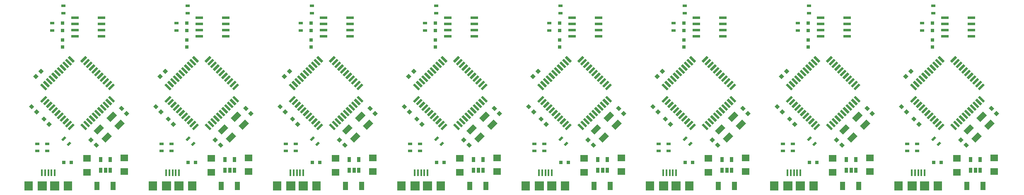
<source format=gtp>
G04 #@! TF.FileFunction,Paste,Top*
%FSLAX46Y46*%
G04 Gerber Fmt 4.6, Leading zero omitted, Abs format (unit mm)*
G04 Created by KiCad (PCBNEW 4.0.6) date 11/21/17 13:18:45*
%MOMM*%
%LPD*%
G01*
G04 APERTURE LIST*
%ADD10C,0.100000*%
%ADD11R,0.750000X0.800000*%
%ADD12R,0.900000X0.500000*%
%ADD13R,1.550000X0.600000*%
%ADD14R,1.597660X1.399540*%
%ADD15R,0.650000X1.060000*%
%ADD16R,0.998220X1.798320*%
%ADD17R,0.800000X0.750000*%
%ADD18R,0.347980X1.399540*%
%ADD19R,1.798320X1.899920*%
%ADD20R,1.899920X1.899920*%
G04 APERTURE END LIST*
D10*
D11*
X239539551Y-81129689D03*
X239539551Y-79629689D03*
D12*
X239666551Y-77573689D03*
X239666551Y-76073689D03*
D13*
X242046551Y-78474689D03*
X242046551Y-79744689D03*
X242046551Y-81014689D03*
X242046551Y-82284689D03*
X247446551Y-82284689D03*
X247446551Y-81014689D03*
X247446551Y-79744689D03*
X247446551Y-78474689D03*
D10*
G36*
X252094873Y-98164341D02*
X252625203Y-97634011D01*
X253190889Y-98199697D01*
X252660559Y-98730027D01*
X252094873Y-98164341D01*
X252094873Y-98164341D01*
G37*
G36*
X251034213Y-97103681D02*
X251564543Y-96573351D01*
X252130229Y-97139037D01*
X251599899Y-97669367D01*
X251034213Y-97103681D01*
X251034213Y-97103681D01*
G37*
D14*
X252112551Y-107303689D03*
X252112551Y-110102769D03*
D10*
G36*
X249843139Y-97773781D02*
X250620829Y-98551471D01*
X249277383Y-99894917D01*
X248499693Y-99117227D01*
X249843139Y-97773781D01*
X249843139Y-97773781D01*
G37*
G36*
X247228089Y-100388831D02*
X248005779Y-101166521D01*
X246662333Y-102509967D01*
X245884643Y-101732277D01*
X247228089Y-100388831D01*
X247228089Y-100388831D01*
G37*
G36*
X248851719Y-102012461D02*
X249629409Y-102790151D01*
X248285963Y-104133597D01*
X247508273Y-103355907D01*
X248851719Y-102012461D01*
X248851719Y-102012461D01*
G37*
G36*
X251466769Y-99397411D02*
X252244459Y-100175101D01*
X250901013Y-101518547D01*
X250123323Y-100740857D01*
X251466769Y-99397411D01*
X251466769Y-99397411D01*
G37*
D15*
X247352551Y-109800689D03*
X248302551Y-109800689D03*
X249252551Y-109800689D03*
X249252551Y-107600689D03*
X247352551Y-107600689D03*
D16*
X246522011Y-113018689D03*
X249829091Y-113018689D03*
D14*
X244492551Y-107428149D03*
X244492551Y-110227229D03*
D10*
G36*
X245907229Y-103616037D02*
X245376899Y-104146367D01*
X244811213Y-103580681D01*
X245341543Y-103050351D01*
X245907229Y-103616037D01*
X245907229Y-103616037D01*
G37*
G36*
X246967889Y-104676697D02*
X246437559Y-105207027D01*
X245871873Y-104641341D01*
X246402203Y-104111011D01*
X246967889Y-104676697D01*
X246967889Y-104676697D01*
G37*
G36*
X235306359Y-95947937D02*
X234954333Y-95595911D01*
X236014003Y-94536241D01*
X236366029Y-94888267D01*
X235306359Y-95947937D01*
X235306359Y-95947937D01*
G37*
G36*
X235872116Y-96513693D02*
X235520090Y-96161667D01*
X236579760Y-95101997D01*
X236931786Y-95454023D01*
X235872116Y-96513693D01*
X235872116Y-96513693D01*
G37*
G36*
X236437872Y-97079450D02*
X236085846Y-96727424D01*
X237145516Y-95667754D01*
X237497542Y-96019780D01*
X236437872Y-97079450D01*
X236437872Y-97079450D01*
G37*
G36*
X237003628Y-97645206D02*
X236651602Y-97293180D01*
X237711272Y-96233510D01*
X238063298Y-96585536D01*
X237003628Y-97645206D01*
X237003628Y-97645206D01*
G37*
G36*
X237569384Y-98210962D02*
X237217358Y-97858936D01*
X238277028Y-96799266D01*
X238629054Y-97151292D01*
X237569384Y-98210962D01*
X237569384Y-98210962D01*
G37*
G36*
X238133344Y-98774922D02*
X237781318Y-98422896D01*
X238840988Y-97363226D01*
X239193014Y-97715252D01*
X238133344Y-98774922D01*
X238133344Y-98774922D01*
G37*
G36*
X238697304Y-99338882D02*
X238345278Y-98986856D01*
X239404948Y-97927186D01*
X239756974Y-98279212D01*
X238697304Y-99338882D01*
X238697304Y-99338882D01*
G37*
G36*
X239263060Y-99904638D02*
X238911034Y-99552612D01*
X239970704Y-98492942D01*
X240322730Y-98844968D01*
X239263060Y-99904638D01*
X239263060Y-99904638D01*
G37*
G36*
X239828816Y-100470394D02*
X239476790Y-100118368D01*
X240536460Y-99058698D01*
X240888486Y-99410724D01*
X239828816Y-100470394D01*
X239828816Y-100470394D01*
G37*
G36*
X240394573Y-101036150D02*
X240042547Y-100684124D01*
X241102217Y-99624454D01*
X241454243Y-99976480D01*
X240394573Y-101036150D01*
X240394573Y-101036150D01*
G37*
G36*
X240960329Y-101601907D02*
X240608303Y-101249881D01*
X241667973Y-100190211D01*
X242019999Y-100542237D01*
X240960329Y-101601907D01*
X240960329Y-101601907D01*
G37*
G36*
X244214773Y-101601907D02*
X243155103Y-100542237D01*
X243507129Y-100190211D01*
X244566799Y-101249881D01*
X244214773Y-101601907D01*
X244214773Y-101601907D01*
G37*
G36*
X244780529Y-101036150D02*
X243720859Y-99976480D01*
X244072885Y-99624454D01*
X245132555Y-100684124D01*
X244780529Y-101036150D01*
X244780529Y-101036150D01*
G37*
G36*
X245346286Y-100470394D02*
X244286616Y-99410724D01*
X244638642Y-99058698D01*
X245698312Y-100118368D01*
X245346286Y-100470394D01*
X245346286Y-100470394D01*
G37*
G36*
X245912042Y-99904638D02*
X244852372Y-98844968D01*
X245204398Y-98492942D01*
X246264068Y-99552612D01*
X245912042Y-99904638D01*
X245912042Y-99904638D01*
G37*
G36*
X246477798Y-99338882D02*
X245418128Y-98279212D01*
X245770154Y-97927186D01*
X246829824Y-98986856D01*
X246477798Y-99338882D01*
X246477798Y-99338882D01*
G37*
G36*
X247041758Y-98774922D02*
X245982088Y-97715252D01*
X246334114Y-97363226D01*
X247393784Y-98422896D01*
X247041758Y-98774922D01*
X247041758Y-98774922D01*
G37*
G36*
X247605718Y-98210962D02*
X246546048Y-97151292D01*
X246898074Y-96799266D01*
X247957744Y-97858936D01*
X247605718Y-98210962D01*
X247605718Y-98210962D01*
G37*
G36*
X248171474Y-97645206D02*
X247111804Y-96585536D01*
X247463830Y-96233510D01*
X248523500Y-97293180D01*
X248171474Y-97645206D01*
X248171474Y-97645206D01*
G37*
G36*
X248737230Y-97079450D02*
X247677560Y-96019780D01*
X248029586Y-95667754D01*
X249089256Y-96727424D01*
X248737230Y-97079450D01*
X248737230Y-97079450D01*
G37*
G36*
X249302986Y-96513693D02*
X248243316Y-95454023D01*
X248595342Y-95101997D01*
X249655012Y-96161667D01*
X249302986Y-96513693D01*
X249302986Y-96513693D01*
G37*
G36*
X249868743Y-95947937D02*
X248809073Y-94888267D01*
X249161099Y-94536241D01*
X250220769Y-95595911D01*
X249868743Y-95947937D01*
X249868743Y-95947937D01*
G37*
G36*
X249161099Y-93401137D02*
X248809073Y-93049111D01*
X249868743Y-91989441D01*
X250220769Y-92341467D01*
X249161099Y-93401137D01*
X249161099Y-93401137D01*
G37*
G36*
X248595342Y-92835381D02*
X248243316Y-92483355D01*
X249302986Y-91423685D01*
X249655012Y-91775711D01*
X248595342Y-92835381D01*
X248595342Y-92835381D01*
G37*
G36*
X248029586Y-92269624D02*
X247677560Y-91917598D01*
X248737230Y-90857928D01*
X249089256Y-91209954D01*
X248029586Y-92269624D01*
X248029586Y-92269624D01*
G37*
G36*
X247463830Y-91703868D02*
X247111804Y-91351842D01*
X248171474Y-90292172D01*
X248523500Y-90644198D01*
X247463830Y-91703868D01*
X247463830Y-91703868D01*
G37*
G36*
X246898074Y-91138112D02*
X246546048Y-90786086D01*
X247605718Y-89726416D01*
X247957744Y-90078442D01*
X246898074Y-91138112D01*
X246898074Y-91138112D01*
G37*
G36*
X246334114Y-90574152D02*
X245982088Y-90222126D01*
X247041758Y-89162456D01*
X247393784Y-89514482D01*
X246334114Y-90574152D01*
X246334114Y-90574152D01*
G37*
G36*
X245770154Y-90010192D02*
X245418128Y-89658166D01*
X246477798Y-88598496D01*
X246829824Y-88950522D01*
X245770154Y-90010192D01*
X245770154Y-90010192D01*
G37*
G36*
X245204398Y-89444436D02*
X244852372Y-89092410D01*
X245912042Y-88032740D01*
X246264068Y-88384766D01*
X245204398Y-89444436D01*
X245204398Y-89444436D01*
G37*
G36*
X244638642Y-88878680D02*
X244286616Y-88526654D01*
X245346286Y-87466984D01*
X245698312Y-87819010D01*
X244638642Y-88878680D01*
X244638642Y-88878680D01*
G37*
G36*
X244072885Y-88312924D02*
X243720859Y-87960898D01*
X244780529Y-86901228D01*
X245132555Y-87253254D01*
X244072885Y-88312924D01*
X244072885Y-88312924D01*
G37*
G36*
X243507129Y-87747167D02*
X243155103Y-87395141D01*
X244214773Y-86335471D01*
X244566799Y-86687497D01*
X243507129Y-87747167D01*
X243507129Y-87747167D01*
G37*
G36*
X241667973Y-87747167D02*
X240608303Y-86687497D01*
X240960329Y-86335471D01*
X242019999Y-87395141D01*
X241667973Y-87747167D01*
X241667973Y-87747167D01*
G37*
G36*
X241102217Y-88312924D02*
X240042547Y-87253254D01*
X240394573Y-86901228D01*
X241454243Y-87960898D01*
X241102217Y-88312924D01*
X241102217Y-88312924D01*
G37*
G36*
X240536460Y-88878680D02*
X239476790Y-87819010D01*
X239828816Y-87466984D01*
X240888486Y-88526654D01*
X240536460Y-88878680D01*
X240536460Y-88878680D01*
G37*
G36*
X239970704Y-89444436D02*
X238911034Y-88384766D01*
X239263060Y-88032740D01*
X240322730Y-89092410D01*
X239970704Y-89444436D01*
X239970704Y-89444436D01*
G37*
G36*
X239404948Y-90010192D02*
X238345278Y-88950522D01*
X238697304Y-88598496D01*
X239756974Y-89658166D01*
X239404948Y-90010192D01*
X239404948Y-90010192D01*
G37*
G36*
X238840988Y-90574152D02*
X237781318Y-89514482D01*
X238133344Y-89162456D01*
X239193014Y-90222126D01*
X238840988Y-90574152D01*
X238840988Y-90574152D01*
G37*
G36*
X238277028Y-91138112D02*
X237217358Y-90078442D01*
X237569384Y-89726416D01*
X238629054Y-90786086D01*
X238277028Y-91138112D01*
X238277028Y-91138112D01*
G37*
G36*
X237711272Y-91703868D02*
X236651602Y-90644198D01*
X237003628Y-90292172D01*
X238063298Y-91351842D01*
X237711272Y-91703868D01*
X237711272Y-91703868D01*
G37*
G36*
X237145516Y-92269624D02*
X236085846Y-91209954D01*
X236437872Y-90857928D01*
X237497542Y-91917598D01*
X237145516Y-92269624D01*
X237145516Y-92269624D01*
G37*
G36*
X236579760Y-92835381D02*
X235520090Y-91775711D01*
X235872116Y-91423685D01*
X236931786Y-92483355D01*
X236579760Y-92835381D01*
X236579760Y-92835381D01*
G37*
G36*
X236014003Y-93401137D02*
X234954333Y-92341467D01*
X235306359Y-91989441D01*
X236366029Y-93049111D01*
X236014003Y-93401137D01*
X236014003Y-93401137D01*
G37*
G36*
X234073899Y-90014011D02*
X234604229Y-90544341D01*
X234038543Y-91110027D01*
X233508213Y-90579697D01*
X234073899Y-90014011D01*
X234073899Y-90014011D01*
G37*
G36*
X235134559Y-88953351D02*
X235664889Y-89483681D01*
X235099203Y-90049367D01*
X234568873Y-89519037D01*
X235134559Y-88953351D01*
X235134559Y-88953351D01*
G37*
G36*
X233702203Y-97805671D02*
X234232533Y-97275341D01*
X234798219Y-97841027D01*
X234267889Y-98371357D01*
X233702203Y-97805671D01*
X233702203Y-97805671D01*
G37*
G36*
X232641543Y-96745011D02*
X233171873Y-96214681D01*
X233737559Y-96780367D01*
X233207229Y-97310697D01*
X232641543Y-96745011D01*
X232641543Y-96745011D01*
G37*
G36*
X236277559Y-99320367D02*
X235747229Y-99850697D01*
X235181543Y-99285011D01*
X235711873Y-98754681D01*
X236277559Y-99320367D01*
X236277559Y-99320367D01*
G37*
G36*
X237338219Y-100381027D02*
X236807889Y-100911357D01*
X236242203Y-100345671D01*
X236772533Y-99815341D01*
X237338219Y-100381027D01*
X237338219Y-100381027D01*
G37*
D12*
X237380551Y-81129689D03*
X237380551Y-79629689D03*
D11*
X239539551Y-84546689D03*
X239539551Y-83046689D03*
D17*
X239817551Y-108192689D03*
X241317551Y-108192689D03*
D10*
G36*
X239276246Y-103485780D02*
X239912642Y-102849384D01*
X240266196Y-103202938D01*
X239629800Y-103839334D01*
X239276246Y-103485780D01*
X239276246Y-103485780D01*
G37*
G36*
X240336906Y-104546440D02*
X240973302Y-103910044D01*
X241326856Y-104263598D01*
X240690460Y-104899994D01*
X240336906Y-104546440D01*
X240336906Y-104546440D01*
G37*
D12*
X234332551Y-105894689D03*
X234332551Y-104394689D03*
D18*
X236618551Y-110369469D03*
X235970851Y-110369469D03*
X237916491Y-110369469D03*
X237266251Y-110369469D03*
D19*
X232620591Y-113018689D03*
X240616511Y-113018689D03*
D20*
X235348551Y-113018689D03*
X237888551Y-113018689D03*
D18*
X235320611Y-110369469D03*
D12*
X236364551Y-105894689D03*
X236364551Y-104394689D03*
D11*
X214139551Y-84546689D03*
X214139551Y-83046689D03*
D12*
X211980551Y-81129689D03*
X211980551Y-79629689D03*
X214266551Y-77573689D03*
X214266551Y-76073689D03*
D11*
X214139551Y-81129689D03*
X214139551Y-79629689D03*
D14*
X226712551Y-107303689D03*
X226712551Y-110102769D03*
D16*
X221122011Y-113018689D03*
X224429091Y-113018689D03*
D15*
X221952551Y-109800689D03*
X222902551Y-109800689D03*
X223852551Y-109800689D03*
X223852551Y-107600689D03*
X221952551Y-107600689D03*
D14*
X219092551Y-107428149D03*
X219092551Y-110227229D03*
D12*
X208932551Y-105894689D03*
X208932551Y-104394689D03*
X210964551Y-105894689D03*
X210964551Y-104394689D03*
D17*
X214417551Y-108192689D03*
X215917551Y-108192689D03*
D10*
G36*
X208302203Y-97805671D02*
X208832533Y-97275341D01*
X209398219Y-97841027D01*
X208867889Y-98371357D01*
X208302203Y-97805671D01*
X208302203Y-97805671D01*
G37*
G36*
X207241543Y-96745011D02*
X207771873Y-96214681D01*
X208337559Y-96780367D01*
X207807229Y-97310697D01*
X207241543Y-96745011D01*
X207241543Y-96745011D01*
G37*
D18*
X211218551Y-110369469D03*
X210570851Y-110369469D03*
X212516491Y-110369469D03*
X211866251Y-110369469D03*
D19*
X207220591Y-113018689D03*
X215216511Y-113018689D03*
D20*
X209948551Y-113018689D03*
X212488551Y-113018689D03*
D18*
X209920611Y-110369469D03*
D10*
G36*
X226694873Y-98164341D02*
X227225203Y-97634011D01*
X227790889Y-98199697D01*
X227260559Y-98730027D01*
X226694873Y-98164341D01*
X226694873Y-98164341D01*
G37*
G36*
X225634213Y-97103681D02*
X226164543Y-96573351D01*
X226730229Y-97139037D01*
X226199899Y-97669367D01*
X225634213Y-97103681D01*
X225634213Y-97103681D01*
G37*
G36*
X210877559Y-99320367D02*
X210347229Y-99850697D01*
X209781543Y-99285011D01*
X210311873Y-98754681D01*
X210877559Y-99320367D01*
X210877559Y-99320367D01*
G37*
G36*
X211938219Y-100381027D02*
X211407889Y-100911357D01*
X210842203Y-100345671D01*
X211372533Y-99815341D01*
X211938219Y-100381027D01*
X211938219Y-100381027D01*
G37*
G36*
X220507229Y-103616037D02*
X219976899Y-104146367D01*
X219411213Y-103580681D01*
X219941543Y-103050351D01*
X220507229Y-103616037D01*
X220507229Y-103616037D01*
G37*
G36*
X221567889Y-104676697D02*
X221037559Y-105207027D01*
X220471873Y-104641341D01*
X221002203Y-104111011D01*
X221567889Y-104676697D01*
X221567889Y-104676697D01*
G37*
G36*
X208673899Y-90014011D02*
X209204229Y-90544341D01*
X208638543Y-91110027D01*
X208108213Y-90579697D01*
X208673899Y-90014011D01*
X208673899Y-90014011D01*
G37*
G36*
X209734559Y-88953351D02*
X210264889Y-89483681D01*
X209699203Y-90049367D01*
X209168873Y-89519037D01*
X209734559Y-88953351D01*
X209734559Y-88953351D01*
G37*
G36*
X209906359Y-95947937D02*
X209554333Y-95595911D01*
X210614003Y-94536241D01*
X210966029Y-94888267D01*
X209906359Y-95947937D01*
X209906359Y-95947937D01*
G37*
G36*
X210472116Y-96513693D02*
X210120090Y-96161667D01*
X211179760Y-95101997D01*
X211531786Y-95454023D01*
X210472116Y-96513693D01*
X210472116Y-96513693D01*
G37*
G36*
X211037872Y-97079450D02*
X210685846Y-96727424D01*
X211745516Y-95667754D01*
X212097542Y-96019780D01*
X211037872Y-97079450D01*
X211037872Y-97079450D01*
G37*
G36*
X211603628Y-97645206D02*
X211251602Y-97293180D01*
X212311272Y-96233510D01*
X212663298Y-96585536D01*
X211603628Y-97645206D01*
X211603628Y-97645206D01*
G37*
G36*
X212169384Y-98210962D02*
X211817358Y-97858936D01*
X212877028Y-96799266D01*
X213229054Y-97151292D01*
X212169384Y-98210962D01*
X212169384Y-98210962D01*
G37*
G36*
X212733344Y-98774922D02*
X212381318Y-98422896D01*
X213440988Y-97363226D01*
X213793014Y-97715252D01*
X212733344Y-98774922D01*
X212733344Y-98774922D01*
G37*
G36*
X213297304Y-99338882D02*
X212945278Y-98986856D01*
X214004948Y-97927186D01*
X214356974Y-98279212D01*
X213297304Y-99338882D01*
X213297304Y-99338882D01*
G37*
G36*
X213863060Y-99904638D02*
X213511034Y-99552612D01*
X214570704Y-98492942D01*
X214922730Y-98844968D01*
X213863060Y-99904638D01*
X213863060Y-99904638D01*
G37*
G36*
X214428816Y-100470394D02*
X214076790Y-100118368D01*
X215136460Y-99058698D01*
X215488486Y-99410724D01*
X214428816Y-100470394D01*
X214428816Y-100470394D01*
G37*
G36*
X214994573Y-101036150D02*
X214642547Y-100684124D01*
X215702217Y-99624454D01*
X216054243Y-99976480D01*
X214994573Y-101036150D01*
X214994573Y-101036150D01*
G37*
G36*
X215560329Y-101601907D02*
X215208303Y-101249881D01*
X216267973Y-100190211D01*
X216619999Y-100542237D01*
X215560329Y-101601907D01*
X215560329Y-101601907D01*
G37*
G36*
X218814773Y-101601907D02*
X217755103Y-100542237D01*
X218107129Y-100190211D01*
X219166799Y-101249881D01*
X218814773Y-101601907D01*
X218814773Y-101601907D01*
G37*
G36*
X219380529Y-101036150D02*
X218320859Y-99976480D01*
X218672885Y-99624454D01*
X219732555Y-100684124D01*
X219380529Y-101036150D01*
X219380529Y-101036150D01*
G37*
G36*
X219946286Y-100470394D02*
X218886616Y-99410724D01*
X219238642Y-99058698D01*
X220298312Y-100118368D01*
X219946286Y-100470394D01*
X219946286Y-100470394D01*
G37*
G36*
X220512042Y-99904638D02*
X219452372Y-98844968D01*
X219804398Y-98492942D01*
X220864068Y-99552612D01*
X220512042Y-99904638D01*
X220512042Y-99904638D01*
G37*
G36*
X221077798Y-99338882D02*
X220018128Y-98279212D01*
X220370154Y-97927186D01*
X221429824Y-98986856D01*
X221077798Y-99338882D01*
X221077798Y-99338882D01*
G37*
G36*
X221641758Y-98774922D02*
X220582088Y-97715252D01*
X220934114Y-97363226D01*
X221993784Y-98422896D01*
X221641758Y-98774922D01*
X221641758Y-98774922D01*
G37*
G36*
X222205718Y-98210962D02*
X221146048Y-97151292D01*
X221498074Y-96799266D01*
X222557744Y-97858936D01*
X222205718Y-98210962D01*
X222205718Y-98210962D01*
G37*
G36*
X222771474Y-97645206D02*
X221711804Y-96585536D01*
X222063830Y-96233510D01*
X223123500Y-97293180D01*
X222771474Y-97645206D01*
X222771474Y-97645206D01*
G37*
G36*
X223337230Y-97079450D02*
X222277560Y-96019780D01*
X222629586Y-95667754D01*
X223689256Y-96727424D01*
X223337230Y-97079450D01*
X223337230Y-97079450D01*
G37*
G36*
X223902986Y-96513693D02*
X222843316Y-95454023D01*
X223195342Y-95101997D01*
X224255012Y-96161667D01*
X223902986Y-96513693D01*
X223902986Y-96513693D01*
G37*
G36*
X224468743Y-95947937D02*
X223409073Y-94888267D01*
X223761099Y-94536241D01*
X224820769Y-95595911D01*
X224468743Y-95947937D01*
X224468743Y-95947937D01*
G37*
G36*
X223761099Y-93401137D02*
X223409073Y-93049111D01*
X224468743Y-91989441D01*
X224820769Y-92341467D01*
X223761099Y-93401137D01*
X223761099Y-93401137D01*
G37*
G36*
X223195342Y-92835381D02*
X222843316Y-92483355D01*
X223902986Y-91423685D01*
X224255012Y-91775711D01*
X223195342Y-92835381D01*
X223195342Y-92835381D01*
G37*
G36*
X222629586Y-92269624D02*
X222277560Y-91917598D01*
X223337230Y-90857928D01*
X223689256Y-91209954D01*
X222629586Y-92269624D01*
X222629586Y-92269624D01*
G37*
G36*
X222063830Y-91703868D02*
X221711804Y-91351842D01*
X222771474Y-90292172D01*
X223123500Y-90644198D01*
X222063830Y-91703868D01*
X222063830Y-91703868D01*
G37*
G36*
X221498074Y-91138112D02*
X221146048Y-90786086D01*
X222205718Y-89726416D01*
X222557744Y-90078442D01*
X221498074Y-91138112D01*
X221498074Y-91138112D01*
G37*
G36*
X220934114Y-90574152D02*
X220582088Y-90222126D01*
X221641758Y-89162456D01*
X221993784Y-89514482D01*
X220934114Y-90574152D01*
X220934114Y-90574152D01*
G37*
G36*
X220370154Y-90010192D02*
X220018128Y-89658166D01*
X221077798Y-88598496D01*
X221429824Y-88950522D01*
X220370154Y-90010192D01*
X220370154Y-90010192D01*
G37*
G36*
X219804398Y-89444436D02*
X219452372Y-89092410D01*
X220512042Y-88032740D01*
X220864068Y-88384766D01*
X219804398Y-89444436D01*
X219804398Y-89444436D01*
G37*
G36*
X219238642Y-88878680D02*
X218886616Y-88526654D01*
X219946286Y-87466984D01*
X220298312Y-87819010D01*
X219238642Y-88878680D01*
X219238642Y-88878680D01*
G37*
G36*
X218672885Y-88312924D02*
X218320859Y-87960898D01*
X219380529Y-86901228D01*
X219732555Y-87253254D01*
X218672885Y-88312924D01*
X218672885Y-88312924D01*
G37*
G36*
X218107129Y-87747167D02*
X217755103Y-87395141D01*
X218814773Y-86335471D01*
X219166799Y-86687497D01*
X218107129Y-87747167D01*
X218107129Y-87747167D01*
G37*
G36*
X216267973Y-87747167D02*
X215208303Y-86687497D01*
X215560329Y-86335471D01*
X216619999Y-87395141D01*
X216267973Y-87747167D01*
X216267973Y-87747167D01*
G37*
G36*
X215702217Y-88312924D02*
X214642547Y-87253254D01*
X214994573Y-86901228D01*
X216054243Y-87960898D01*
X215702217Y-88312924D01*
X215702217Y-88312924D01*
G37*
G36*
X215136460Y-88878680D02*
X214076790Y-87819010D01*
X214428816Y-87466984D01*
X215488486Y-88526654D01*
X215136460Y-88878680D01*
X215136460Y-88878680D01*
G37*
G36*
X214570704Y-89444436D02*
X213511034Y-88384766D01*
X213863060Y-88032740D01*
X214922730Y-89092410D01*
X214570704Y-89444436D01*
X214570704Y-89444436D01*
G37*
G36*
X214004948Y-90010192D02*
X212945278Y-88950522D01*
X213297304Y-88598496D01*
X214356974Y-89658166D01*
X214004948Y-90010192D01*
X214004948Y-90010192D01*
G37*
G36*
X213440988Y-90574152D02*
X212381318Y-89514482D01*
X212733344Y-89162456D01*
X213793014Y-90222126D01*
X213440988Y-90574152D01*
X213440988Y-90574152D01*
G37*
G36*
X212877028Y-91138112D02*
X211817358Y-90078442D01*
X212169384Y-89726416D01*
X213229054Y-90786086D01*
X212877028Y-91138112D01*
X212877028Y-91138112D01*
G37*
G36*
X212311272Y-91703868D02*
X211251602Y-90644198D01*
X211603628Y-90292172D01*
X212663298Y-91351842D01*
X212311272Y-91703868D01*
X212311272Y-91703868D01*
G37*
G36*
X211745516Y-92269624D02*
X210685846Y-91209954D01*
X211037872Y-90857928D01*
X212097542Y-91917598D01*
X211745516Y-92269624D01*
X211745516Y-92269624D01*
G37*
G36*
X211179760Y-92835381D02*
X210120090Y-91775711D01*
X210472116Y-91423685D01*
X211531786Y-92483355D01*
X211179760Y-92835381D01*
X211179760Y-92835381D01*
G37*
G36*
X210614003Y-93401137D02*
X209554333Y-92341467D01*
X209906359Y-91989441D01*
X210966029Y-93049111D01*
X210614003Y-93401137D01*
X210614003Y-93401137D01*
G37*
G36*
X213876246Y-103485780D02*
X214512642Y-102849384D01*
X214866196Y-103202938D01*
X214229800Y-103839334D01*
X213876246Y-103485780D01*
X213876246Y-103485780D01*
G37*
G36*
X214936906Y-104546440D02*
X215573302Y-103910044D01*
X215926856Y-104263598D01*
X215290460Y-104899994D01*
X214936906Y-104546440D01*
X214936906Y-104546440D01*
G37*
G36*
X224443139Y-97773781D02*
X225220829Y-98551471D01*
X223877383Y-99894917D01*
X223099693Y-99117227D01*
X224443139Y-97773781D01*
X224443139Y-97773781D01*
G37*
G36*
X221828089Y-100388831D02*
X222605779Y-101166521D01*
X221262333Y-102509967D01*
X220484643Y-101732277D01*
X221828089Y-100388831D01*
X221828089Y-100388831D01*
G37*
G36*
X223451719Y-102012461D02*
X224229409Y-102790151D01*
X222885963Y-104133597D01*
X222108273Y-103355907D01*
X223451719Y-102012461D01*
X223451719Y-102012461D01*
G37*
G36*
X226066769Y-99397411D02*
X226844459Y-100175101D01*
X225501013Y-101518547D01*
X224723323Y-100740857D01*
X226066769Y-99397411D01*
X226066769Y-99397411D01*
G37*
D13*
X216646551Y-78474689D03*
X216646551Y-79744689D03*
X216646551Y-81014689D03*
X216646551Y-82284689D03*
X222046551Y-82284689D03*
X222046551Y-81014689D03*
X222046551Y-79744689D03*
X222046551Y-78474689D03*
D12*
X186580551Y-81129689D03*
X186580551Y-79629689D03*
D11*
X188739551Y-84546689D03*
X188739551Y-83046689D03*
D10*
G36*
X201294873Y-98164341D02*
X201825203Y-97634011D01*
X202390889Y-98199697D01*
X201860559Y-98730027D01*
X201294873Y-98164341D01*
X201294873Y-98164341D01*
G37*
G36*
X200234213Y-97103681D02*
X200764543Y-96573351D01*
X201330229Y-97139037D01*
X200799899Y-97669367D01*
X200234213Y-97103681D01*
X200234213Y-97103681D01*
G37*
D14*
X201312551Y-107303689D03*
X201312551Y-110102769D03*
D10*
G36*
X182902203Y-97805671D02*
X183432533Y-97275341D01*
X183998219Y-97841027D01*
X183467889Y-98371357D01*
X182902203Y-97805671D01*
X182902203Y-97805671D01*
G37*
G36*
X181841543Y-96745011D02*
X182371873Y-96214681D01*
X182937559Y-96780367D01*
X182407229Y-97310697D01*
X181841543Y-96745011D01*
X181841543Y-96745011D01*
G37*
D17*
X189017551Y-108192689D03*
X190517551Y-108192689D03*
D18*
X185818551Y-110369469D03*
X185170851Y-110369469D03*
X187116491Y-110369469D03*
X186466251Y-110369469D03*
D19*
X181820591Y-113018689D03*
X189816511Y-113018689D03*
D20*
X184548551Y-113018689D03*
X187088551Y-113018689D03*
D18*
X184520611Y-110369469D03*
D12*
X183532551Y-105894689D03*
X183532551Y-104394689D03*
D10*
G36*
X185477559Y-99320367D02*
X184947229Y-99850697D01*
X184381543Y-99285011D01*
X184911873Y-98754681D01*
X185477559Y-99320367D01*
X185477559Y-99320367D01*
G37*
G36*
X186538219Y-100381027D02*
X186007889Y-100911357D01*
X185442203Y-100345671D01*
X185972533Y-99815341D01*
X186538219Y-100381027D01*
X186538219Y-100381027D01*
G37*
G36*
X195107229Y-103616037D02*
X194576899Y-104146367D01*
X194011213Y-103580681D01*
X194541543Y-103050351D01*
X195107229Y-103616037D01*
X195107229Y-103616037D01*
G37*
G36*
X196167889Y-104676697D02*
X195637559Y-105207027D01*
X195071873Y-104641341D01*
X195602203Y-104111011D01*
X196167889Y-104676697D01*
X196167889Y-104676697D01*
G37*
G36*
X183273899Y-90014011D02*
X183804229Y-90544341D01*
X183238543Y-91110027D01*
X182708213Y-90579697D01*
X183273899Y-90014011D01*
X183273899Y-90014011D01*
G37*
G36*
X184334559Y-88953351D02*
X184864889Y-89483681D01*
X184299203Y-90049367D01*
X183768873Y-89519037D01*
X184334559Y-88953351D01*
X184334559Y-88953351D01*
G37*
D12*
X185564551Y-105894689D03*
X185564551Y-104394689D03*
D10*
G36*
X184506359Y-95947937D02*
X184154333Y-95595911D01*
X185214003Y-94536241D01*
X185566029Y-94888267D01*
X184506359Y-95947937D01*
X184506359Y-95947937D01*
G37*
G36*
X185072116Y-96513693D02*
X184720090Y-96161667D01*
X185779760Y-95101997D01*
X186131786Y-95454023D01*
X185072116Y-96513693D01*
X185072116Y-96513693D01*
G37*
G36*
X185637872Y-97079450D02*
X185285846Y-96727424D01*
X186345516Y-95667754D01*
X186697542Y-96019780D01*
X185637872Y-97079450D01*
X185637872Y-97079450D01*
G37*
G36*
X186203628Y-97645206D02*
X185851602Y-97293180D01*
X186911272Y-96233510D01*
X187263298Y-96585536D01*
X186203628Y-97645206D01*
X186203628Y-97645206D01*
G37*
G36*
X186769384Y-98210962D02*
X186417358Y-97858936D01*
X187477028Y-96799266D01*
X187829054Y-97151292D01*
X186769384Y-98210962D01*
X186769384Y-98210962D01*
G37*
G36*
X187333344Y-98774922D02*
X186981318Y-98422896D01*
X188040988Y-97363226D01*
X188393014Y-97715252D01*
X187333344Y-98774922D01*
X187333344Y-98774922D01*
G37*
G36*
X187897304Y-99338882D02*
X187545278Y-98986856D01*
X188604948Y-97927186D01*
X188956974Y-98279212D01*
X187897304Y-99338882D01*
X187897304Y-99338882D01*
G37*
G36*
X188463060Y-99904638D02*
X188111034Y-99552612D01*
X189170704Y-98492942D01*
X189522730Y-98844968D01*
X188463060Y-99904638D01*
X188463060Y-99904638D01*
G37*
G36*
X189028816Y-100470394D02*
X188676790Y-100118368D01*
X189736460Y-99058698D01*
X190088486Y-99410724D01*
X189028816Y-100470394D01*
X189028816Y-100470394D01*
G37*
G36*
X189594573Y-101036150D02*
X189242547Y-100684124D01*
X190302217Y-99624454D01*
X190654243Y-99976480D01*
X189594573Y-101036150D01*
X189594573Y-101036150D01*
G37*
G36*
X190160329Y-101601907D02*
X189808303Y-101249881D01*
X190867973Y-100190211D01*
X191219999Y-100542237D01*
X190160329Y-101601907D01*
X190160329Y-101601907D01*
G37*
G36*
X193414773Y-101601907D02*
X192355103Y-100542237D01*
X192707129Y-100190211D01*
X193766799Y-101249881D01*
X193414773Y-101601907D01*
X193414773Y-101601907D01*
G37*
G36*
X193980529Y-101036150D02*
X192920859Y-99976480D01*
X193272885Y-99624454D01*
X194332555Y-100684124D01*
X193980529Y-101036150D01*
X193980529Y-101036150D01*
G37*
G36*
X194546286Y-100470394D02*
X193486616Y-99410724D01*
X193838642Y-99058698D01*
X194898312Y-100118368D01*
X194546286Y-100470394D01*
X194546286Y-100470394D01*
G37*
G36*
X195112042Y-99904638D02*
X194052372Y-98844968D01*
X194404398Y-98492942D01*
X195464068Y-99552612D01*
X195112042Y-99904638D01*
X195112042Y-99904638D01*
G37*
G36*
X195677798Y-99338882D02*
X194618128Y-98279212D01*
X194970154Y-97927186D01*
X196029824Y-98986856D01*
X195677798Y-99338882D01*
X195677798Y-99338882D01*
G37*
G36*
X196241758Y-98774922D02*
X195182088Y-97715252D01*
X195534114Y-97363226D01*
X196593784Y-98422896D01*
X196241758Y-98774922D01*
X196241758Y-98774922D01*
G37*
G36*
X196805718Y-98210962D02*
X195746048Y-97151292D01*
X196098074Y-96799266D01*
X197157744Y-97858936D01*
X196805718Y-98210962D01*
X196805718Y-98210962D01*
G37*
G36*
X197371474Y-97645206D02*
X196311804Y-96585536D01*
X196663830Y-96233510D01*
X197723500Y-97293180D01*
X197371474Y-97645206D01*
X197371474Y-97645206D01*
G37*
G36*
X197937230Y-97079450D02*
X196877560Y-96019780D01*
X197229586Y-95667754D01*
X198289256Y-96727424D01*
X197937230Y-97079450D01*
X197937230Y-97079450D01*
G37*
G36*
X198502986Y-96513693D02*
X197443316Y-95454023D01*
X197795342Y-95101997D01*
X198855012Y-96161667D01*
X198502986Y-96513693D01*
X198502986Y-96513693D01*
G37*
G36*
X199068743Y-95947937D02*
X198009073Y-94888267D01*
X198361099Y-94536241D01*
X199420769Y-95595911D01*
X199068743Y-95947937D01*
X199068743Y-95947937D01*
G37*
G36*
X198361099Y-93401137D02*
X198009073Y-93049111D01*
X199068743Y-91989441D01*
X199420769Y-92341467D01*
X198361099Y-93401137D01*
X198361099Y-93401137D01*
G37*
G36*
X197795342Y-92835381D02*
X197443316Y-92483355D01*
X198502986Y-91423685D01*
X198855012Y-91775711D01*
X197795342Y-92835381D01*
X197795342Y-92835381D01*
G37*
G36*
X197229586Y-92269624D02*
X196877560Y-91917598D01*
X197937230Y-90857928D01*
X198289256Y-91209954D01*
X197229586Y-92269624D01*
X197229586Y-92269624D01*
G37*
G36*
X196663830Y-91703868D02*
X196311804Y-91351842D01*
X197371474Y-90292172D01*
X197723500Y-90644198D01*
X196663830Y-91703868D01*
X196663830Y-91703868D01*
G37*
G36*
X196098074Y-91138112D02*
X195746048Y-90786086D01*
X196805718Y-89726416D01*
X197157744Y-90078442D01*
X196098074Y-91138112D01*
X196098074Y-91138112D01*
G37*
G36*
X195534114Y-90574152D02*
X195182088Y-90222126D01*
X196241758Y-89162456D01*
X196593784Y-89514482D01*
X195534114Y-90574152D01*
X195534114Y-90574152D01*
G37*
G36*
X194970154Y-90010192D02*
X194618128Y-89658166D01*
X195677798Y-88598496D01*
X196029824Y-88950522D01*
X194970154Y-90010192D01*
X194970154Y-90010192D01*
G37*
G36*
X194404398Y-89444436D02*
X194052372Y-89092410D01*
X195112042Y-88032740D01*
X195464068Y-88384766D01*
X194404398Y-89444436D01*
X194404398Y-89444436D01*
G37*
G36*
X193838642Y-88878680D02*
X193486616Y-88526654D01*
X194546286Y-87466984D01*
X194898312Y-87819010D01*
X193838642Y-88878680D01*
X193838642Y-88878680D01*
G37*
G36*
X193272885Y-88312924D02*
X192920859Y-87960898D01*
X193980529Y-86901228D01*
X194332555Y-87253254D01*
X193272885Y-88312924D01*
X193272885Y-88312924D01*
G37*
G36*
X192707129Y-87747167D02*
X192355103Y-87395141D01*
X193414773Y-86335471D01*
X193766799Y-86687497D01*
X192707129Y-87747167D01*
X192707129Y-87747167D01*
G37*
G36*
X190867973Y-87747167D02*
X189808303Y-86687497D01*
X190160329Y-86335471D01*
X191219999Y-87395141D01*
X190867973Y-87747167D01*
X190867973Y-87747167D01*
G37*
G36*
X190302217Y-88312924D02*
X189242547Y-87253254D01*
X189594573Y-86901228D01*
X190654243Y-87960898D01*
X190302217Y-88312924D01*
X190302217Y-88312924D01*
G37*
G36*
X189736460Y-88878680D02*
X188676790Y-87819010D01*
X189028816Y-87466984D01*
X190088486Y-88526654D01*
X189736460Y-88878680D01*
X189736460Y-88878680D01*
G37*
G36*
X189170704Y-89444436D02*
X188111034Y-88384766D01*
X188463060Y-88032740D01*
X189522730Y-89092410D01*
X189170704Y-89444436D01*
X189170704Y-89444436D01*
G37*
G36*
X188604948Y-90010192D02*
X187545278Y-88950522D01*
X187897304Y-88598496D01*
X188956974Y-89658166D01*
X188604948Y-90010192D01*
X188604948Y-90010192D01*
G37*
G36*
X188040988Y-90574152D02*
X186981318Y-89514482D01*
X187333344Y-89162456D01*
X188393014Y-90222126D01*
X188040988Y-90574152D01*
X188040988Y-90574152D01*
G37*
G36*
X187477028Y-91138112D02*
X186417358Y-90078442D01*
X186769384Y-89726416D01*
X187829054Y-90786086D01*
X187477028Y-91138112D01*
X187477028Y-91138112D01*
G37*
G36*
X186911272Y-91703868D02*
X185851602Y-90644198D01*
X186203628Y-90292172D01*
X187263298Y-91351842D01*
X186911272Y-91703868D01*
X186911272Y-91703868D01*
G37*
G36*
X186345516Y-92269624D02*
X185285846Y-91209954D01*
X185637872Y-90857928D01*
X186697542Y-91917598D01*
X186345516Y-92269624D01*
X186345516Y-92269624D01*
G37*
G36*
X185779760Y-92835381D02*
X184720090Y-91775711D01*
X185072116Y-91423685D01*
X186131786Y-92483355D01*
X185779760Y-92835381D01*
X185779760Y-92835381D01*
G37*
G36*
X185214003Y-93401137D02*
X184154333Y-92341467D01*
X184506359Y-91989441D01*
X185566029Y-93049111D01*
X185214003Y-93401137D01*
X185214003Y-93401137D01*
G37*
G36*
X188476246Y-103485780D02*
X189112642Y-102849384D01*
X189466196Y-103202938D01*
X188829800Y-103839334D01*
X188476246Y-103485780D01*
X188476246Y-103485780D01*
G37*
G36*
X189536906Y-104546440D02*
X190173302Y-103910044D01*
X190526856Y-104263598D01*
X189890460Y-104899994D01*
X189536906Y-104546440D01*
X189536906Y-104546440D01*
G37*
G36*
X199043139Y-97773781D02*
X199820829Y-98551471D01*
X198477383Y-99894917D01*
X197699693Y-99117227D01*
X199043139Y-97773781D01*
X199043139Y-97773781D01*
G37*
G36*
X196428089Y-100388831D02*
X197205779Y-101166521D01*
X195862333Y-102509967D01*
X195084643Y-101732277D01*
X196428089Y-100388831D01*
X196428089Y-100388831D01*
G37*
G36*
X198051719Y-102012461D02*
X198829409Y-102790151D01*
X197485963Y-104133597D01*
X196708273Y-103355907D01*
X198051719Y-102012461D01*
X198051719Y-102012461D01*
G37*
G36*
X200666769Y-99397411D02*
X201444459Y-100175101D01*
X200101013Y-101518547D01*
X199323323Y-100740857D01*
X200666769Y-99397411D01*
X200666769Y-99397411D01*
G37*
D16*
X195722011Y-113018689D03*
X199029091Y-113018689D03*
D15*
X196552551Y-109800689D03*
X197502551Y-109800689D03*
X198452551Y-109800689D03*
X198452551Y-107600689D03*
X196552551Y-107600689D03*
D14*
X193692551Y-107428149D03*
X193692551Y-110227229D03*
D13*
X191246551Y-78474689D03*
X191246551Y-79744689D03*
X191246551Y-81014689D03*
X191246551Y-82284689D03*
X196646551Y-82284689D03*
X196646551Y-81014689D03*
X196646551Y-79744689D03*
X196646551Y-78474689D03*
D11*
X188739551Y-81129689D03*
X188739551Y-79629689D03*
D12*
X188866551Y-77573689D03*
X188866551Y-76073689D03*
D10*
G36*
X175894873Y-98164341D02*
X176425203Y-97634011D01*
X176990889Y-98199697D01*
X176460559Y-98730027D01*
X175894873Y-98164341D01*
X175894873Y-98164341D01*
G37*
G36*
X174834213Y-97103681D02*
X175364543Y-96573351D01*
X175930229Y-97139037D01*
X175399899Y-97669367D01*
X174834213Y-97103681D01*
X174834213Y-97103681D01*
G37*
G36*
X150494873Y-98164341D02*
X151025203Y-97634011D01*
X151590889Y-98199697D01*
X151060559Y-98730027D01*
X150494873Y-98164341D01*
X150494873Y-98164341D01*
G37*
G36*
X149434213Y-97103681D02*
X149964543Y-96573351D01*
X150530229Y-97139037D01*
X149999899Y-97669367D01*
X149434213Y-97103681D01*
X149434213Y-97103681D01*
G37*
G36*
X125094873Y-98164341D02*
X125625203Y-97634011D01*
X126190889Y-98199697D01*
X125660559Y-98730027D01*
X125094873Y-98164341D01*
X125094873Y-98164341D01*
G37*
G36*
X124034213Y-97103681D02*
X124564543Y-96573351D01*
X125130229Y-97139037D01*
X124599899Y-97669367D01*
X124034213Y-97103681D01*
X124034213Y-97103681D01*
G37*
G36*
X99694873Y-98164341D02*
X100225203Y-97634011D01*
X100790889Y-98199697D01*
X100260559Y-98730027D01*
X99694873Y-98164341D01*
X99694873Y-98164341D01*
G37*
G36*
X98634213Y-97103681D02*
X99164543Y-96573351D01*
X99730229Y-97139037D01*
X99199899Y-97669367D01*
X98634213Y-97103681D01*
X98634213Y-97103681D01*
G37*
D14*
X175912551Y-107303689D03*
X175912551Y-110102769D03*
X150512551Y-107303689D03*
X150512551Y-110102769D03*
X125112551Y-107303689D03*
X125112551Y-110102769D03*
X99712551Y-107303689D03*
X99712551Y-110102769D03*
D11*
X163339551Y-81129689D03*
X163339551Y-79629689D03*
X137939551Y-81129689D03*
X137939551Y-79629689D03*
X112539551Y-81129689D03*
X112539551Y-79629689D03*
X87139551Y-81129689D03*
X87139551Y-79629689D03*
X163339551Y-84546689D03*
X163339551Y-83046689D03*
X137939551Y-84546689D03*
X137939551Y-83046689D03*
X112539551Y-84546689D03*
X112539551Y-83046689D03*
X87139551Y-84546689D03*
X87139551Y-83046689D03*
D13*
X165846551Y-78474689D03*
X165846551Y-79744689D03*
X165846551Y-81014689D03*
X165846551Y-82284689D03*
X171246551Y-82284689D03*
X171246551Y-81014689D03*
X171246551Y-79744689D03*
X171246551Y-78474689D03*
X140446551Y-78474689D03*
X140446551Y-79744689D03*
X140446551Y-81014689D03*
X140446551Y-82284689D03*
X145846551Y-82284689D03*
X145846551Y-81014689D03*
X145846551Y-79744689D03*
X145846551Y-78474689D03*
X115046551Y-78474689D03*
X115046551Y-79744689D03*
X115046551Y-81014689D03*
X115046551Y-82284689D03*
X120446551Y-82284689D03*
X120446551Y-81014689D03*
X120446551Y-79744689D03*
X120446551Y-78474689D03*
X89646551Y-78474689D03*
X89646551Y-79744689D03*
X89646551Y-81014689D03*
X89646551Y-82284689D03*
X95046551Y-82284689D03*
X95046551Y-81014689D03*
X95046551Y-79744689D03*
X95046551Y-78474689D03*
D12*
X163466551Y-77573689D03*
X163466551Y-76073689D03*
X138066551Y-77573689D03*
X138066551Y-76073689D03*
X112666551Y-77573689D03*
X112666551Y-76073689D03*
X87266551Y-77573689D03*
X87266551Y-76073689D03*
D10*
G36*
X159106359Y-95947937D02*
X158754333Y-95595911D01*
X159814003Y-94536241D01*
X160166029Y-94888267D01*
X159106359Y-95947937D01*
X159106359Y-95947937D01*
G37*
G36*
X159672116Y-96513693D02*
X159320090Y-96161667D01*
X160379760Y-95101997D01*
X160731786Y-95454023D01*
X159672116Y-96513693D01*
X159672116Y-96513693D01*
G37*
G36*
X160237872Y-97079450D02*
X159885846Y-96727424D01*
X160945516Y-95667754D01*
X161297542Y-96019780D01*
X160237872Y-97079450D01*
X160237872Y-97079450D01*
G37*
G36*
X160803628Y-97645206D02*
X160451602Y-97293180D01*
X161511272Y-96233510D01*
X161863298Y-96585536D01*
X160803628Y-97645206D01*
X160803628Y-97645206D01*
G37*
G36*
X161369384Y-98210962D02*
X161017358Y-97858936D01*
X162077028Y-96799266D01*
X162429054Y-97151292D01*
X161369384Y-98210962D01*
X161369384Y-98210962D01*
G37*
G36*
X161933344Y-98774922D02*
X161581318Y-98422896D01*
X162640988Y-97363226D01*
X162993014Y-97715252D01*
X161933344Y-98774922D01*
X161933344Y-98774922D01*
G37*
G36*
X162497304Y-99338882D02*
X162145278Y-98986856D01*
X163204948Y-97927186D01*
X163556974Y-98279212D01*
X162497304Y-99338882D01*
X162497304Y-99338882D01*
G37*
G36*
X163063060Y-99904638D02*
X162711034Y-99552612D01*
X163770704Y-98492942D01*
X164122730Y-98844968D01*
X163063060Y-99904638D01*
X163063060Y-99904638D01*
G37*
G36*
X163628816Y-100470394D02*
X163276790Y-100118368D01*
X164336460Y-99058698D01*
X164688486Y-99410724D01*
X163628816Y-100470394D01*
X163628816Y-100470394D01*
G37*
G36*
X164194573Y-101036150D02*
X163842547Y-100684124D01*
X164902217Y-99624454D01*
X165254243Y-99976480D01*
X164194573Y-101036150D01*
X164194573Y-101036150D01*
G37*
G36*
X164760329Y-101601907D02*
X164408303Y-101249881D01*
X165467973Y-100190211D01*
X165819999Y-100542237D01*
X164760329Y-101601907D01*
X164760329Y-101601907D01*
G37*
G36*
X168014773Y-101601907D02*
X166955103Y-100542237D01*
X167307129Y-100190211D01*
X168366799Y-101249881D01*
X168014773Y-101601907D01*
X168014773Y-101601907D01*
G37*
G36*
X168580529Y-101036150D02*
X167520859Y-99976480D01*
X167872885Y-99624454D01*
X168932555Y-100684124D01*
X168580529Y-101036150D01*
X168580529Y-101036150D01*
G37*
G36*
X169146286Y-100470394D02*
X168086616Y-99410724D01*
X168438642Y-99058698D01*
X169498312Y-100118368D01*
X169146286Y-100470394D01*
X169146286Y-100470394D01*
G37*
G36*
X169712042Y-99904638D02*
X168652372Y-98844968D01*
X169004398Y-98492942D01*
X170064068Y-99552612D01*
X169712042Y-99904638D01*
X169712042Y-99904638D01*
G37*
G36*
X170277798Y-99338882D02*
X169218128Y-98279212D01*
X169570154Y-97927186D01*
X170629824Y-98986856D01*
X170277798Y-99338882D01*
X170277798Y-99338882D01*
G37*
G36*
X170841758Y-98774922D02*
X169782088Y-97715252D01*
X170134114Y-97363226D01*
X171193784Y-98422896D01*
X170841758Y-98774922D01*
X170841758Y-98774922D01*
G37*
G36*
X171405718Y-98210962D02*
X170346048Y-97151292D01*
X170698074Y-96799266D01*
X171757744Y-97858936D01*
X171405718Y-98210962D01*
X171405718Y-98210962D01*
G37*
G36*
X171971474Y-97645206D02*
X170911804Y-96585536D01*
X171263830Y-96233510D01*
X172323500Y-97293180D01*
X171971474Y-97645206D01*
X171971474Y-97645206D01*
G37*
G36*
X172537230Y-97079450D02*
X171477560Y-96019780D01*
X171829586Y-95667754D01*
X172889256Y-96727424D01*
X172537230Y-97079450D01*
X172537230Y-97079450D01*
G37*
G36*
X173102986Y-96513693D02*
X172043316Y-95454023D01*
X172395342Y-95101997D01*
X173455012Y-96161667D01*
X173102986Y-96513693D01*
X173102986Y-96513693D01*
G37*
G36*
X173668743Y-95947937D02*
X172609073Y-94888267D01*
X172961099Y-94536241D01*
X174020769Y-95595911D01*
X173668743Y-95947937D01*
X173668743Y-95947937D01*
G37*
G36*
X172961099Y-93401137D02*
X172609073Y-93049111D01*
X173668743Y-91989441D01*
X174020769Y-92341467D01*
X172961099Y-93401137D01*
X172961099Y-93401137D01*
G37*
G36*
X172395342Y-92835381D02*
X172043316Y-92483355D01*
X173102986Y-91423685D01*
X173455012Y-91775711D01*
X172395342Y-92835381D01*
X172395342Y-92835381D01*
G37*
G36*
X171829586Y-92269624D02*
X171477560Y-91917598D01*
X172537230Y-90857928D01*
X172889256Y-91209954D01*
X171829586Y-92269624D01*
X171829586Y-92269624D01*
G37*
G36*
X171263830Y-91703868D02*
X170911804Y-91351842D01*
X171971474Y-90292172D01*
X172323500Y-90644198D01*
X171263830Y-91703868D01*
X171263830Y-91703868D01*
G37*
G36*
X170698074Y-91138112D02*
X170346048Y-90786086D01*
X171405718Y-89726416D01*
X171757744Y-90078442D01*
X170698074Y-91138112D01*
X170698074Y-91138112D01*
G37*
G36*
X170134114Y-90574152D02*
X169782088Y-90222126D01*
X170841758Y-89162456D01*
X171193784Y-89514482D01*
X170134114Y-90574152D01*
X170134114Y-90574152D01*
G37*
G36*
X169570154Y-90010192D02*
X169218128Y-89658166D01*
X170277798Y-88598496D01*
X170629824Y-88950522D01*
X169570154Y-90010192D01*
X169570154Y-90010192D01*
G37*
G36*
X169004398Y-89444436D02*
X168652372Y-89092410D01*
X169712042Y-88032740D01*
X170064068Y-88384766D01*
X169004398Y-89444436D01*
X169004398Y-89444436D01*
G37*
G36*
X168438642Y-88878680D02*
X168086616Y-88526654D01*
X169146286Y-87466984D01*
X169498312Y-87819010D01*
X168438642Y-88878680D01*
X168438642Y-88878680D01*
G37*
G36*
X167872885Y-88312924D02*
X167520859Y-87960898D01*
X168580529Y-86901228D01*
X168932555Y-87253254D01*
X167872885Y-88312924D01*
X167872885Y-88312924D01*
G37*
G36*
X167307129Y-87747167D02*
X166955103Y-87395141D01*
X168014773Y-86335471D01*
X168366799Y-86687497D01*
X167307129Y-87747167D01*
X167307129Y-87747167D01*
G37*
G36*
X165467973Y-87747167D02*
X164408303Y-86687497D01*
X164760329Y-86335471D01*
X165819999Y-87395141D01*
X165467973Y-87747167D01*
X165467973Y-87747167D01*
G37*
G36*
X164902217Y-88312924D02*
X163842547Y-87253254D01*
X164194573Y-86901228D01*
X165254243Y-87960898D01*
X164902217Y-88312924D01*
X164902217Y-88312924D01*
G37*
G36*
X164336460Y-88878680D02*
X163276790Y-87819010D01*
X163628816Y-87466984D01*
X164688486Y-88526654D01*
X164336460Y-88878680D01*
X164336460Y-88878680D01*
G37*
G36*
X163770704Y-89444436D02*
X162711034Y-88384766D01*
X163063060Y-88032740D01*
X164122730Y-89092410D01*
X163770704Y-89444436D01*
X163770704Y-89444436D01*
G37*
G36*
X163204948Y-90010192D02*
X162145278Y-88950522D01*
X162497304Y-88598496D01*
X163556974Y-89658166D01*
X163204948Y-90010192D01*
X163204948Y-90010192D01*
G37*
G36*
X162640988Y-90574152D02*
X161581318Y-89514482D01*
X161933344Y-89162456D01*
X162993014Y-90222126D01*
X162640988Y-90574152D01*
X162640988Y-90574152D01*
G37*
G36*
X162077028Y-91138112D02*
X161017358Y-90078442D01*
X161369384Y-89726416D01*
X162429054Y-90786086D01*
X162077028Y-91138112D01*
X162077028Y-91138112D01*
G37*
G36*
X161511272Y-91703868D02*
X160451602Y-90644198D01*
X160803628Y-90292172D01*
X161863298Y-91351842D01*
X161511272Y-91703868D01*
X161511272Y-91703868D01*
G37*
G36*
X160945516Y-92269624D02*
X159885846Y-91209954D01*
X160237872Y-90857928D01*
X161297542Y-91917598D01*
X160945516Y-92269624D01*
X160945516Y-92269624D01*
G37*
G36*
X160379760Y-92835381D02*
X159320090Y-91775711D01*
X159672116Y-91423685D01*
X160731786Y-92483355D01*
X160379760Y-92835381D01*
X160379760Y-92835381D01*
G37*
G36*
X159814003Y-93401137D02*
X158754333Y-92341467D01*
X159106359Y-91989441D01*
X160166029Y-93049111D01*
X159814003Y-93401137D01*
X159814003Y-93401137D01*
G37*
G36*
X133706359Y-95947937D02*
X133354333Y-95595911D01*
X134414003Y-94536241D01*
X134766029Y-94888267D01*
X133706359Y-95947937D01*
X133706359Y-95947937D01*
G37*
G36*
X134272116Y-96513693D02*
X133920090Y-96161667D01*
X134979760Y-95101997D01*
X135331786Y-95454023D01*
X134272116Y-96513693D01*
X134272116Y-96513693D01*
G37*
G36*
X134837872Y-97079450D02*
X134485846Y-96727424D01*
X135545516Y-95667754D01*
X135897542Y-96019780D01*
X134837872Y-97079450D01*
X134837872Y-97079450D01*
G37*
G36*
X135403628Y-97645206D02*
X135051602Y-97293180D01*
X136111272Y-96233510D01*
X136463298Y-96585536D01*
X135403628Y-97645206D01*
X135403628Y-97645206D01*
G37*
G36*
X135969384Y-98210962D02*
X135617358Y-97858936D01*
X136677028Y-96799266D01*
X137029054Y-97151292D01*
X135969384Y-98210962D01*
X135969384Y-98210962D01*
G37*
G36*
X136533344Y-98774922D02*
X136181318Y-98422896D01*
X137240988Y-97363226D01*
X137593014Y-97715252D01*
X136533344Y-98774922D01*
X136533344Y-98774922D01*
G37*
G36*
X137097304Y-99338882D02*
X136745278Y-98986856D01*
X137804948Y-97927186D01*
X138156974Y-98279212D01*
X137097304Y-99338882D01*
X137097304Y-99338882D01*
G37*
G36*
X137663060Y-99904638D02*
X137311034Y-99552612D01*
X138370704Y-98492942D01*
X138722730Y-98844968D01*
X137663060Y-99904638D01*
X137663060Y-99904638D01*
G37*
G36*
X138228816Y-100470394D02*
X137876790Y-100118368D01*
X138936460Y-99058698D01*
X139288486Y-99410724D01*
X138228816Y-100470394D01*
X138228816Y-100470394D01*
G37*
G36*
X138794573Y-101036150D02*
X138442547Y-100684124D01*
X139502217Y-99624454D01*
X139854243Y-99976480D01*
X138794573Y-101036150D01*
X138794573Y-101036150D01*
G37*
G36*
X139360329Y-101601907D02*
X139008303Y-101249881D01*
X140067973Y-100190211D01*
X140419999Y-100542237D01*
X139360329Y-101601907D01*
X139360329Y-101601907D01*
G37*
G36*
X142614773Y-101601907D02*
X141555103Y-100542237D01*
X141907129Y-100190211D01*
X142966799Y-101249881D01*
X142614773Y-101601907D01*
X142614773Y-101601907D01*
G37*
G36*
X143180529Y-101036150D02*
X142120859Y-99976480D01*
X142472885Y-99624454D01*
X143532555Y-100684124D01*
X143180529Y-101036150D01*
X143180529Y-101036150D01*
G37*
G36*
X143746286Y-100470394D02*
X142686616Y-99410724D01*
X143038642Y-99058698D01*
X144098312Y-100118368D01*
X143746286Y-100470394D01*
X143746286Y-100470394D01*
G37*
G36*
X144312042Y-99904638D02*
X143252372Y-98844968D01*
X143604398Y-98492942D01*
X144664068Y-99552612D01*
X144312042Y-99904638D01*
X144312042Y-99904638D01*
G37*
G36*
X144877798Y-99338882D02*
X143818128Y-98279212D01*
X144170154Y-97927186D01*
X145229824Y-98986856D01*
X144877798Y-99338882D01*
X144877798Y-99338882D01*
G37*
G36*
X145441758Y-98774922D02*
X144382088Y-97715252D01*
X144734114Y-97363226D01*
X145793784Y-98422896D01*
X145441758Y-98774922D01*
X145441758Y-98774922D01*
G37*
G36*
X146005718Y-98210962D02*
X144946048Y-97151292D01*
X145298074Y-96799266D01*
X146357744Y-97858936D01*
X146005718Y-98210962D01*
X146005718Y-98210962D01*
G37*
G36*
X146571474Y-97645206D02*
X145511804Y-96585536D01*
X145863830Y-96233510D01*
X146923500Y-97293180D01*
X146571474Y-97645206D01*
X146571474Y-97645206D01*
G37*
G36*
X147137230Y-97079450D02*
X146077560Y-96019780D01*
X146429586Y-95667754D01*
X147489256Y-96727424D01*
X147137230Y-97079450D01*
X147137230Y-97079450D01*
G37*
G36*
X147702986Y-96513693D02*
X146643316Y-95454023D01*
X146995342Y-95101997D01*
X148055012Y-96161667D01*
X147702986Y-96513693D01*
X147702986Y-96513693D01*
G37*
G36*
X148268743Y-95947937D02*
X147209073Y-94888267D01*
X147561099Y-94536241D01*
X148620769Y-95595911D01*
X148268743Y-95947937D01*
X148268743Y-95947937D01*
G37*
G36*
X147561099Y-93401137D02*
X147209073Y-93049111D01*
X148268743Y-91989441D01*
X148620769Y-92341467D01*
X147561099Y-93401137D01*
X147561099Y-93401137D01*
G37*
G36*
X146995342Y-92835381D02*
X146643316Y-92483355D01*
X147702986Y-91423685D01*
X148055012Y-91775711D01*
X146995342Y-92835381D01*
X146995342Y-92835381D01*
G37*
G36*
X146429586Y-92269624D02*
X146077560Y-91917598D01*
X147137230Y-90857928D01*
X147489256Y-91209954D01*
X146429586Y-92269624D01*
X146429586Y-92269624D01*
G37*
G36*
X145863830Y-91703868D02*
X145511804Y-91351842D01*
X146571474Y-90292172D01*
X146923500Y-90644198D01*
X145863830Y-91703868D01*
X145863830Y-91703868D01*
G37*
G36*
X145298074Y-91138112D02*
X144946048Y-90786086D01*
X146005718Y-89726416D01*
X146357744Y-90078442D01*
X145298074Y-91138112D01*
X145298074Y-91138112D01*
G37*
G36*
X144734114Y-90574152D02*
X144382088Y-90222126D01*
X145441758Y-89162456D01*
X145793784Y-89514482D01*
X144734114Y-90574152D01*
X144734114Y-90574152D01*
G37*
G36*
X144170154Y-90010192D02*
X143818128Y-89658166D01*
X144877798Y-88598496D01*
X145229824Y-88950522D01*
X144170154Y-90010192D01*
X144170154Y-90010192D01*
G37*
G36*
X143604398Y-89444436D02*
X143252372Y-89092410D01*
X144312042Y-88032740D01*
X144664068Y-88384766D01*
X143604398Y-89444436D01*
X143604398Y-89444436D01*
G37*
G36*
X143038642Y-88878680D02*
X142686616Y-88526654D01*
X143746286Y-87466984D01*
X144098312Y-87819010D01*
X143038642Y-88878680D01*
X143038642Y-88878680D01*
G37*
G36*
X142472885Y-88312924D02*
X142120859Y-87960898D01*
X143180529Y-86901228D01*
X143532555Y-87253254D01*
X142472885Y-88312924D01*
X142472885Y-88312924D01*
G37*
G36*
X141907129Y-87747167D02*
X141555103Y-87395141D01*
X142614773Y-86335471D01*
X142966799Y-86687497D01*
X141907129Y-87747167D01*
X141907129Y-87747167D01*
G37*
G36*
X140067973Y-87747167D02*
X139008303Y-86687497D01*
X139360329Y-86335471D01*
X140419999Y-87395141D01*
X140067973Y-87747167D01*
X140067973Y-87747167D01*
G37*
G36*
X139502217Y-88312924D02*
X138442547Y-87253254D01*
X138794573Y-86901228D01*
X139854243Y-87960898D01*
X139502217Y-88312924D01*
X139502217Y-88312924D01*
G37*
G36*
X138936460Y-88878680D02*
X137876790Y-87819010D01*
X138228816Y-87466984D01*
X139288486Y-88526654D01*
X138936460Y-88878680D01*
X138936460Y-88878680D01*
G37*
G36*
X138370704Y-89444436D02*
X137311034Y-88384766D01*
X137663060Y-88032740D01*
X138722730Y-89092410D01*
X138370704Y-89444436D01*
X138370704Y-89444436D01*
G37*
G36*
X137804948Y-90010192D02*
X136745278Y-88950522D01*
X137097304Y-88598496D01*
X138156974Y-89658166D01*
X137804948Y-90010192D01*
X137804948Y-90010192D01*
G37*
G36*
X137240988Y-90574152D02*
X136181318Y-89514482D01*
X136533344Y-89162456D01*
X137593014Y-90222126D01*
X137240988Y-90574152D01*
X137240988Y-90574152D01*
G37*
G36*
X136677028Y-91138112D02*
X135617358Y-90078442D01*
X135969384Y-89726416D01*
X137029054Y-90786086D01*
X136677028Y-91138112D01*
X136677028Y-91138112D01*
G37*
G36*
X136111272Y-91703868D02*
X135051602Y-90644198D01*
X135403628Y-90292172D01*
X136463298Y-91351842D01*
X136111272Y-91703868D01*
X136111272Y-91703868D01*
G37*
G36*
X135545516Y-92269624D02*
X134485846Y-91209954D01*
X134837872Y-90857928D01*
X135897542Y-91917598D01*
X135545516Y-92269624D01*
X135545516Y-92269624D01*
G37*
G36*
X134979760Y-92835381D02*
X133920090Y-91775711D01*
X134272116Y-91423685D01*
X135331786Y-92483355D01*
X134979760Y-92835381D01*
X134979760Y-92835381D01*
G37*
G36*
X134414003Y-93401137D02*
X133354333Y-92341467D01*
X133706359Y-91989441D01*
X134766029Y-93049111D01*
X134414003Y-93401137D01*
X134414003Y-93401137D01*
G37*
G36*
X108306359Y-95947937D02*
X107954333Y-95595911D01*
X109014003Y-94536241D01*
X109366029Y-94888267D01*
X108306359Y-95947937D01*
X108306359Y-95947937D01*
G37*
G36*
X108872116Y-96513693D02*
X108520090Y-96161667D01*
X109579760Y-95101997D01*
X109931786Y-95454023D01*
X108872116Y-96513693D01*
X108872116Y-96513693D01*
G37*
G36*
X109437872Y-97079450D02*
X109085846Y-96727424D01*
X110145516Y-95667754D01*
X110497542Y-96019780D01*
X109437872Y-97079450D01*
X109437872Y-97079450D01*
G37*
G36*
X110003628Y-97645206D02*
X109651602Y-97293180D01*
X110711272Y-96233510D01*
X111063298Y-96585536D01*
X110003628Y-97645206D01*
X110003628Y-97645206D01*
G37*
G36*
X110569384Y-98210962D02*
X110217358Y-97858936D01*
X111277028Y-96799266D01*
X111629054Y-97151292D01*
X110569384Y-98210962D01*
X110569384Y-98210962D01*
G37*
G36*
X111133344Y-98774922D02*
X110781318Y-98422896D01*
X111840988Y-97363226D01*
X112193014Y-97715252D01*
X111133344Y-98774922D01*
X111133344Y-98774922D01*
G37*
G36*
X111697304Y-99338882D02*
X111345278Y-98986856D01*
X112404948Y-97927186D01*
X112756974Y-98279212D01*
X111697304Y-99338882D01*
X111697304Y-99338882D01*
G37*
G36*
X112263060Y-99904638D02*
X111911034Y-99552612D01*
X112970704Y-98492942D01*
X113322730Y-98844968D01*
X112263060Y-99904638D01*
X112263060Y-99904638D01*
G37*
G36*
X112828816Y-100470394D02*
X112476790Y-100118368D01*
X113536460Y-99058698D01*
X113888486Y-99410724D01*
X112828816Y-100470394D01*
X112828816Y-100470394D01*
G37*
G36*
X113394573Y-101036150D02*
X113042547Y-100684124D01*
X114102217Y-99624454D01*
X114454243Y-99976480D01*
X113394573Y-101036150D01*
X113394573Y-101036150D01*
G37*
G36*
X113960329Y-101601907D02*
X113608303Y-101249881D01*
X114667973Y-100190211D01*
X115019999Y-100542237D01*
X113960329Y-101601907D01*
X113960329Y-101601907D01*
G37*
G36*
X117214773Y-101601907D02*
X116155103Y-100542237D01*
X116507129Y-100190211D01*
X117566799Y-101249881D01*
X117214773Y-101601907D01*
X117214773Y-101601907D01*
G37*
G36*
X117780529Y-101036150D02*
X116720859Y-99976480D01*
X117072885Y-99624454D01*
X118132555Y-100684124D01*
X117780529Y-101036150D01*
X117780529Y-101036150D01*
G37*
G36*
X118346286Y-100470394D02*
X117286616Y-99410724D01*
X117638642Y-99058698D01*
X118698312Y-100118368D01*
X118346286Y-100470394D01*
X118346286Y-100470394D01*
G37*
G36*
X118912042Y-99904638D02*
X117852372Y-98844968D01*
X118204398Y-98492942D01*
X119264068Y-99552612D01*
X118912042Y-99904638D01*
X118912042Y-99904638D01*
G37*
G36*
X119477798Y-99338882D02*
X118418128Y-98279212D01*
X118770154Y-97927186D01*
X119829824Y-98986856D01*
X119477798Y-99338882D01*
X119477798Y-99338882D01*
G37*
G36*
X120041758Y-98774922D02*
X118982088Y-97715252D01*
X119334114Y-97363226D01*
X120393784Y-98422896D01*
X120041758Y-98774922D01*
X120041758Y-98774922D01*
G37*
G36*
X120605718Y-98210962D02*
X119546048Y-97151292D01*
X119898074Y-96799266D01*
X120957744Y-97858936D01*
X120605718Y-98210962D01*
X120605718Y-98210962D01*
G37*
G36*
X121171474Y-97645206D02*
X120111804Y-96585536D01*
X120463830Y-96233510D01*
X121523500Y-97293180D01*
X121171474Y-97645206D01*
X121171474Y-97645206D01*
G37*
G36*
X121737230Y-97079450D02*
X120677560Y-96019780D01*
X121029586Y-95667754D01*
X122089256Y-96727424D01*
X121737230Y-97079450D01*
X121737230Y-97079450D01*
G37*
G36*
X122302986Y-96513693D02*
X121243316Y-95454023D01*
X121595342Y-95101997D01*
X122655012Y-96161667D01*
X122302986Y-96513693D01*
X122302986Y-96513693D01*
G37*
G36*
X122868743Y-95947937D02*
X121809073Y-94888267D01*
X122161099Y-94536241D01*
X123220769Y-95595911D01*
X122868743Y-95947937D01*
X122868743Y-95947937D01*
G37*
G36*
X122161099Y-93401137D02*
X121809073Y-93049111D01*
X122868743Y-91989441D01*
X123220769Y-92341467D01*
X122161099Y-93401137D01*
X122161099Y-93401137D01*
G37*
G36*
X121595342Y-92835381D02*
X121243316Y-92483355D01*
X122302986Y-91423685D01*
X122655012Y-91775711D01*
X121595342Y-92835381D01*
X121595342Y-92835381D01*
G37*
G36*
X121029586Y-92269624D02*
X120677560Y-91917598D01*
X121737230Y-90857928D01*
X122089256Y-91209954D01*
X121029586Y-92269624D01*
X121029586Y-92269624D01*
G37*
G36*
X120463830Y-91703868D02*
X120111804Y-91351842D01*
X121171474Y-90292172D01*
X121523500Y-90644198D01*
X120463830Y-91703868D01*
X120463830Y-91703868D01*
G37*
G36*
X119898074Y-91138112D02*
X119546048Y-90786086D01*
X120605718Y-89726416D01*
X120957744Y-90078442D01*
X119898074Y-91138112D01*
X119898074Y-91138112D01*
G37*
G36*
X119334114Y-90574152D02*
X118982088Y-90222126D01*
X120041758Y-89162456D01*
X120393784Y-89514482D01*
X119334114Y-90574152D01*
X119334114Y-90574152D01*
G37*
G36*
X118770154Y-90010192D02*
X118418128Y-89658166D01*
X119477798Y-88598496D01*
X119829824Y-88950522D01*
X118770154Y-90010192D01*
X118770154Y-90010192D01*
G37*
G36*
X118204398Y-89444436D02*
X117852372Y-89092410D01*
X118912042Y-88032740D01*
X119264068Y-88384766D01*
X118204398Y-89444436D01*
X118204398Y-89444436D01*
G37*
G36*
X117638642Y-88878680D02*
X117286616Y-88526654D01*
X118346286Y-87466984D01*
X118698312Y-87819010D01*
X117638642Y-88878680D01*
X117638642Y-88878680D01*
G37*
G36*
X117072885Y-88312924D02*
X116720859Y-87960898D01*
X117780529Y-86901228D01*
X118132555Y-87253254D01*
X117072885Y-88312924D01*
X117072885Y-88312924D01*
G37*
G36*
X116507129Y-87747167D02*
X116155103Y-87395141D01*
X117214773Y-86335471D01*
X117566799Y-86687497D01*
X116507129Y-87747167D01*
X116507129Y-87747167D01*
G37*
G36*
X114667973Y-87747167D02*
X113608303Y-86687497D01*
X113960329Y-86335471D01*
X115019999Y-87395141D01*
X114667973Y-87747167D01*
X114667973Y-87747167D01*
G37*
G36*
X114102217Y-88312924D02*
X113042547Y-87253254D01*
X113394573Y-86901228D01*
X114454243Y-87960898D01*
X114102217Y-88312924D01*
X114102217Y-88312924D01*
G37*
G36*
X113536460Y-88878680D02*
X112476790Y-87819010D01*
X112828816Y-87466984D01*
X113888486Y-88526654D01*
X113536460Y-88878680D01*
X113536460Y-88878680D01*
G37*
G36*
X112970704Y-89444436D02*
X111911034Y-88384766D01*
X112263060Y-88032740D01*
X113322730Y-89092410D01*
X112970704Y-89444436D01*
X112970704Y-89444436D01*
G37*
G36*
X112404948Y-90010192D02*
X111345278Y-88950522D01*
X111697304Y-88598496D01*
X112756974Y-89658166D01*
X112404948Y-90010192D01*
X112404948Y-90010192D01*
G37*
G36*
X111840988Y-90574152D02*
X110781318Y-89514482D01*
X111133344Y-89162456D01*
X112193014Y-90222126D01*
X111840988Y-90574152D01*
X111840988Y-90574152D01*
G37*
G36*
X111277028Y-91138112D02*
X110217358Y-90078442D01*
X110569384Y-89726416D01*
X111629054Y-90786086D01*
X111277028Y-91138112D01*
X111277028Y-91138112D01*
G37*
G36*
X110711272Y-91703868D02*
X109651602Y-90644198D01*
X110003628Y-90292172D01*
X111063298Y-91351842D01*
X110711272Y-91703868D01*
X110711272Y-91703868D01*
G37*
G36*
X110145516Y-92269624D02*
X109085846Y-91209954D01*
X109437872Y-90857928D01*
X110497542Y-91917598D01*
X110145516Y-92269624D01*
X110145516Y-92269624D01*
G37*
G36*
X109579760Y-92835381D02*
X108520090Y-91775711D01*
X108872116Y-91423685D01*
X109931786Y-92483355D01*
X109579760Y-92835381D01*
X109579760Y-92835381D01*
G37*
G36*
X109014003Y-93401137D02*
X107954333Y-92341467D01*
X108306359Y-91989441D01*
X109366029Y-93049111D01*
X109014003Y-93401137D01*
X109014003Y-93401137D01*
G37*
G36*
X82906359Y-95947937D02*
X82554333Y-95595911D01*
X83614003Y-94536241D01*
X83966029Y-94888267D01*
X82906359Y-95947937D01*
X82906359Y-95947937D01*
G37*
G36*
X83472116Y-96513693D02*
X83120090Y-96161667D01*
X84179760Y-95101997D01*
X84531786Y-95454023D01*
X83472116Y-96513693D01*
X83472116Y-96513693D01*
G37*
G36*
X84037872Y-97079450D02*
X83685846Y-96727424D01*
X84745516Y-95667754D01*
X85097542Y-96019780D01*
X84037872Y-97079450D01*
X84037872Y-97079450D01*
G37*
G36*
X84603628Y-97645206D02*
X84251602Y-97293180D01*
X85311272Y-96233510D01*
X85663298Y-96585536D01*
X84603628Y-97645206D01*
X84603628Y-97645206D01*
G37*
G36*
X85169384Y-98210962D02*
X84817358Y-97858936D01*
X85877028Y-96799266D01*
X86229054Y-97151292D01*
X85169384Y-98210962D01*
X85169384Y-98210962D01*
G37*
G36*
X85733344Y-98774922D02*
X85381318Y-98422896D01*
X86440988Y-97363226D01*
X86793014Y-97715252D01*
X85733344Y-98774922D01*
X85733344Y-98774922D01*
G37*
G36*
X86297304Y-99338882D02*
X85945278Y-98986856D01*
X87004948Y-97927186D01*
X87356974Y-98279212D01*
X86297304Y-99338882D01*
X86297304Y-99338882D01*
G37*
G36*
X86863060Y-99904638D02*
X86511034Y-99552612D01*
X87570704Y-98492942D01*
X87922730Y-98844968D01*
X86863060Y-99904638D01*
X86863060Y-99904638D01*
G37*
G36*
X87428816Y-100470394D02*
X87076790Y-100118368D01*
X88136460Y-99058698D01*
X88488486Y-99410724D01*
X87428816Y-100470394D01*
X87428816Y-100470394D01*
G37*
G36*
X87994573Y-101036150D02*
X87642547Y-100684124D01*
X88702217Y-99624454D01*
X89054243Y-99976480D01*
X87994573Y-101036150D01*
X87994573Y-101036150D01*
G37*
G36*
X88560329Y-101601907D02*
X88208303Y-101249881D01*
X89267973Y-100190211D01*
X89619999Y-100542237D01*
X88560329Y-101601907D01*
X88560329Y-101601907D01*
G37*
G36*
X91814773Y-101601907D02*
X90755103Y-100542237D01*
X91107129Y-100190211D01*
X92166799Y-101249881D01*
X91814773Y-101601907D01*
X91814773Y-101601907D01*
G37*
G36*
X92380529Y-101036150D02*
X91320859Y-99976480D01*
X91672885Y-99624454D01*
X92732555Y-100684124D01*
X92380529Y-101036150D01*
X92380529Y-101036150D01*
G37*
G36*
X92946286Y-100470394D02*
X91886616Y-99410724D01*
X92238642Y-99058698D01*
X93298312Y-100118368D01*
X92946286Y-100470394D01*
X92946286Y-100470394D01*
G37*
G36*
X93512042Y-99904638D02*
X92452372Y-98844968D01*
X92804398Y-98492942D01*
X93864068Y-99552612D01*
X93512042Y-99904638D01*
X93512042Y-99904638D01*
G37*
G36*
X94077798Y-99338882D02*
X93018128Y-98279212D01*
X93370154Y-97927186D01*
X94429824Y-98986856D01*
X94077798Y-99338882D01*
X94077798Y-99338882D01*
G37*
G36*
X94641758Y-98774922D02*
X93582088Y-97715252D01*
X93934114Y-97363226D01*
X94993784Y-98422896D01*
X94641758Y-98774922D01*
X94641758Y-98774922D01*
G37*
G36*
X95205718Y-98210962D02*
X94146048Y-97151292D01*
X94498074Y-96799266D01*
X95557744Y-97858936D01*
X95205718Y-98210962D01*
X95205718Y-98210962D01*
G37*
G36*
X95771474Y-97645206D02*
X94711804Y-96585536D01*
X95063830Y-96233510D01*
X96123500Y-97293180D01*
X95771474Y-97645206D01*
X95771474Y-97645206D01*
G37*
G36*
X96337230Y-97079450D02*
X95277560Y-96019780D01*
X95629586Y-95667754D01*
X96689256Y-96727424D01*
X96337230Y-97079450D01*
X96337230Y-97079450D01*
G37*
G36*
X96902986Y-96513693D02*
X95843316Y-95454023D01*
X96195342Y-95101997D01*
X97255012Y-96161667D01*
X96902986Y-96513693D01*
X96902986Y-96513693D01*
G37*
G36*
X97468743Y-95947937D02*
X96409073Y-94888267D01*
X96761099Y-94536241D01*
X97820769Y-95595911D01*
X97468743Y-95947937D01*
X97468743Y-95947937D01*
G37*
G36*
X96761099Y-93401137D02*
X96409073Y-93049111D01*
X97468743Y-91989441D01*
X97820769Y-92341467D01*
X96761099Y-93401137D01*
X96761099Y-93401137D01*
G37*
G36*
X96195342Y-92835381D02*
X95843316Y-92483355D01*
X96902986Y-91423685D01*
X97255012Y-91775711D01*
X96195342Y-92835381D01*
X96195342Y-92835381D01*
G37*
G36*
X95629586Y-92269624D02*
X95277560Y-91917598D01*
X96337230Y-90857928D01*
X96689256Y-91209954D01*
X95629586Y-92269624D01*
X95629586Y-92269624D01*
G37*
G36*
X95063830Y-91703868D02*
X94711804Y-91351842D01*
X95771474Y-90292172D01*
X96123500Y-90644198D01*
X95063830Y-91703868D01*
X95063830Y-91703868D01*
G37*
G36*
X94498074Y-91138112D02*
X94146048Y-90786086D01*
X95205718Y-89726416D01*
X95557744Y-90078442D01*
X94498074Y-91138112D01*
X94498074Y-91138112D01*
G37*
G36*
X93934114Y-90574152D02*
X93582088Y-90222126D01*
X94641758Y-89162456D01*
X94993784Y-89514482D01*
X93934114Y-90574152D01*
X93934114Y-90574152D01*
G37*
G36*
X93370154Y-90010192D02*
X93018128Y-89658166D01*
X94077798Y-88598496D01*
X94429824Y-88950522D01*
X93370154Y-90010192D01*
X93370154Y-90010192D01*
G37*
G36*
X92804398Y-89444436D02*
X92452372Y-89092410D01*
X93512042Y-88032740D01*
X93864068Y-88384766D01*
X92804398Y-89444436D01*
X92804398Y-89444436D01*
G37*
G36*
X92238642Y-88878680D02*
X91886616Y-88526654D01*
X92946286Y-87466984D01*
X93298312Y-87819010D01*
X92238642Y-88878680D01*
X92238642Y-88878680D01*
G37*
G36*
X91672885Y-88312924D02*
X91320859Y-87960898D01*
X92380529Y-86901228D01*
X92732555Y-87253254D01*
X91672885Y-88312924D01*
X91672885Y-88312924D01*
G37*
G36*
X91107129Y-87747167D02*
X90755103Y-87395141D01*
X91814773Y-86335471D01*
X92166799Y-86687497D01*
X91107129Y-87747167D01*
X91107129Y-87747167D01*
G37*
G36*
X89267973Y-87747167D02*
X88208303Y-86687497D01*
X88560329Y-86335471D01*
X89619999Y-87395141D01*
X89267973Y-87747167D01*
X89267973Y-87747167D01*
G37*
G36*
X88702217Y-88312924D02*
X87642547Y-87253254D01*
X87994573Y-86901228D01*
X89054243Y-87960898D01*
X88702217Y-88312924D01*
X88702217Y-88312924D01*
G37*
G36*
X88136460Y-88878680D02*
X87076790Y-87819010D01*
X87428816Y-87466984D01*
X88488486Y-88526654D01*
X88136460Y-88878680D01*
X88136460Y-88878680D01*
G37*
G36*
X87570704Y-89444436D02*
X86511034Y-88384766D01*
X86863060Y-88032740D01*
X87922730Y-89092410D01*
X87570704Y-89444436D01*
X87570704Y-89444436D01*
G37*
G36*
X87004948Y-90010192D02*
X85945278Y-88950522D01*
X86297304Y-88598496D01*
X87356974Y-89658166D01*
X87004948Y-90010192D01*
X87004948Y-90010192D01*
G37*
G36*
X86440988Y-90574152D02*
X85381318Y-89514482D01*
X85733344Y-89162456D01*
X86793014Y-90222126D01*
X86440988Y-90574152D01*
X86440988Y-90574152D01*
G37*
G36*
X85877028Y-91138112D02*
X84817358Y-90078442D01*
X85169384Y-89726416D01*
X86229054Y-90786086D01*
X85877028Y-91138112D01*
X85877028Y-91138112D01*
G37*
G36*
X85311272Y-91703868D02*
X84251602Y-90644198D01*
X84603628Y-90292172D01*
X85663298Y-91351842D01*
X85311272Y-91703868D01*
X85311272Y-91703868D01*
G37*
G36*
X84745516Y-92269624D02*
X83685846Y-91209954D01*
X84037872Y-90857928D01*
X85097542Y-91917598D01*
X84745516Y-92269624D01*
X84745516Y-92269624D01*
G37*
G36*
X84179760Y-92835381D02*
X83120090Y-91775711D01*
X83472116Y-91423685D01*
X84531786Y-92483355D01*
X84179760Y-92835381D01*
X84179760Y-92835381D01*
G37*
G36*
X83614003Y-93401137D02*
X82554333Y-92341467D01*
X82906359Y-91989441D01*
X83966029Y-93049111D01*
X83614003Y-93401137D01*
X83614003Y-93401137D01*
G37*
G36*
X163076246Y-103485780D02*
X163712642Y-102849384D01*
X164066196Y-103202938D01*
X163429800Y-103839334D01*
X163076246Y-103485780D01*
X163076246Y-103485780D01*
G37*
G36*
X164136906Y-104546440D02*
X164773302Y-103910044D01*
X165126856Y-104263598D01*
X164490460Y-104899994D01*
X164136906Y-104546440D01*
X164136906Y-104546440D01*
G37*
G36*
X137676246Y-103485780D02*
X138312642Y-102849384D01*
X138666196Y-103202938D01*
X138029800Y-103839334D01*
X137676246Y-103485780D01*
X137676246Y-103485780D01*
G37*
G36*
X138736906Y-104546440D02*
X139373302Y-103910044D01*
X139726856Y-104263598D01*
X139090460Y-104899994D01*
X138736906Y-104546440D01*
X138736906Y-104546440D01*
G37*
G36*
X112276246Y-103485780D02*
X112912642Y-102849384D01*
X113266196Y-103202938D01*
X112629800Y-103839334D01*
X112276246Y-103485780D01*
X112276246Y-103485780D01*
G37*
G36*
X113336906Y-104546440D02*
X113973302Y-103910044D01*
X114326856Y-104263598D01*
X113690460Y-104899994D01*
X113336906Y-104546440D01*
X113336906Y-104546440D01*
G37*
G36*
X86876246Y-103485780D02*
X87512642Y-102849384D01*
X87866196Y-103202938D01*
X87229800Y-103839334D01*
X86876246Y-103485780D01*
X86876246Y-103485780D01*
G37*
G36*
X87936906Y-104546440D02*
X88573302Y-103910044D01*
X88926856Y-104263598D01*
X88290460Y-104899994D01*
X87936906Y-104546440D01*
X87936906Y-104546440D01*
G37*
G36*
X160077559Y-99320367D02*
X159547229Y-99850697D01*
X158981543Y-99285011D01*
X159511873Y-98754681D01*
X160077559Y-99320367D01*
X160077559Y-99320367D01*
G37*
G36*
X161138219Y-100381027D02*
X160607889Y-100911357D01*
X160042203Y-100345671D01*
X160572533Y-99815341D01*
X161138219Y-100381027D01*
X161138219Y-100381027D01*
G37*
G36*
X134677559Y-99320367D02*
X134147229Y-99850697D01*
X133581543Y-99285011D01*
X134111873Y-98754681D01*
X134677559Y-99320367D01*
X134677559Y-99320367D01*
G37*
G36*
X135738219Y-100381027D02*
X135207889Y-100911357D01*
X134642203Y-100345671D01*
X135172533Y-99815341D01*
X135738219Y-100381027D01*
X135738219Y-100381027D01*
G37*
G36*
X109277559Y-99320367D02*
X108747229Y-99850697D01*
X108181543Y-99285011D01*
X108711873Y-98754681D01*
X109277559Y-99320367D01*
X109277559Y-99320367D01*
G37*
G36*
X110338219Y-100381027D02*
X109807889Y-100911357D01*
X109242203Y-100345671D01*
X109772533Y-99815341D01*
X110338219Y-100381027D01*
X110338219Y-100381027D01*
G37*
G36*
X83877559Y-99320367D02*
X83347229Y-99850697D01*
X82781543Y-99285011D01*
X83311873Y-98754681D01*
X83877559Y-99320367D01*
X83877559Y-99320367D01*
G37*
G36*
X84938219Y-100381027D02*
X84407889Y-100911357D01*
X83842203Y-100345671D01*
X84372533Y-99815341D01*
X84938219Y-100381027D01*
X84938219Y-100381027D01*
G37*
G36*
X157502203Y-97805671D02*
X158032533Y-97275341D01*
X158598219Y-97841027D01*
X158067889Y-98371357D01*
X157502203Y-97805671D01*
X157502203Y-97805671D01*
G37*
G36*
X156441543Y-96745011D02*
X156971873Y-96214681D01*
X157537559Y-96780367D01*
X157007229Y-97310697D01*
X156441543Y-96745011D01*
X156441543Y-96745011D01*
G37*
G36*
X132102203Y-97805671D02*
X132632533Y-97275341D01*
X133198219Y-97841027D01*
X132667889Y-98371357D01*
X132102203Y-97805671D01*
X132102203Y-97805671D01*
G37*
G36*
X131041543Y-96745011D02*
X131571873Y-96214681D01*
X132137559Y-96780367D01*
X131607229Y-97310697D01*
X131041543Y-96745011D01*
X131041543Y-96745011D01*
G37*
G36*
X106702203Y-97805671D02*
X107232533Y-97275341D01*
X107798219Y-97841027D01*
X107267889Y-98371357D01*
X106702203Y-97805671D01*
X106702203Y-97805671D01*
G37*
G36*
X105641543Y-96745011D02*
X106171873Y-96214681D01*
X106737559Y-96780367D01*
X106207229Y-97310697D01*
X105641543Y-96745011D01*
X105641543Y-96745011D01*
G37*
G36*
X81302203Y-97805671D02*
X81832533Y-97275341D01*
X82398219Y-97841027D01*
X81867889Y-98371357D01*
X81302203Y-97805671D01*
X81302203Y-97805671D01*
G37*
G36*
X80241543Y-96745011D02*
X80771873Y-96214681D01*
X81337559Y-96780367D01*
X80807229Y-97310697D01*
X80241543Y-96745011D01*
X80241543Y-96745011D01*
G37*
G36*
X173643139Y-97773781D02*
X174420829Y-98551471D01*
X173077383Y-99894917D01*
X172299693Y-99117227D01*
X173643139Y-97773781D01*
X173643139Y-97773781D01*
G37*
G36*
X171028089Y-100388831D02*
X171805779Y-101166521D01*
X170462333Y-102509967D01*
X169684643Y-101732277D01*
X171028089Y-100388831D01*
X171028089Y-100388831D01*
G37*
G36*
X172651719Y-102012461D02*
X173429409Y-102790151D01*
X172085963Y-104133597D01*
X171308273Y-103355907D01*
X172651719Y-102012461D01*
X172651719Y-102012461D01*
G37*
G36*
X175266769Y-99397411D02*
X176044459Y-100175101D01*
X174701013Y-101518547D01*
X173923323Y-100740857D01*
X175266769Y-99397411D01*
X175266769Y-99397411D01*
G37*
G36*
X148243139Y-97773781D02*
X149020829Y-98551471D01*
X147677383Y-99894917D01*
X146899693Y-99117227D01*
X148243139Y-97773781D01*
X148243139Y-97773781D01*
G37*
G36*
X145628089Y-100388831D02*
X146405779Y-101166521D01*
X145062333Y-102509967D01*
X144284643Y-101732277D01*
X145628089Y-100388831D01*
X145628089Y-100388831D01*
G37*
G36*
X147251719Y-102012461D02*
X148029409Y-102790151D01*
X146685963Y-104133597D01*
X145908273Y-103355907D01*
X147251719Y-102012461D01*
X147251719Y-102012461D01*
G37*
G36*
X149866769Y-99397411D02*
X150644459Y-100175101D01*
X149301013Y-101518547D01*
X148523323Y-100740857D01*
X149866769Y-99397411D01*
X149866769Y-99397411D01*
G37*
G36*
X122843139Y-97773781D02*
X123620829Y-98551471D01*
X122277383Y-99894917D01*
X121499693Y-99117227D01*
X122843139Y-97773781D01*
X122843139Y-97773781D01*
G37*
G36*
X120228089Y-100388831D02*
X121005779Y-101166521D01*
X119662333Y-102509967D01*
X118884643Y-101732277D01*
X120228089Y-100388831D01*
X120228089Y-100388831D01*
G37*
G36*
X121851719Y-102012461D02*
X122629409Y-102790151D01*
X121285963Y-104133597D01*
X120508273Y-103355907D01*
X121851719Y-102012461D01*
X121851719Y-102012461D01*
G37*
G36*
X124466769Y-99397411D02*
X125244459Y-100175101D01*
X123901013Y-101518547D01*
X123123323Y-100740857D01*
X124466769Y-99397411D01*
X124466769Y-99397411D01*
G37*
G36*
X97443139Y-97773781D02*
X98220829Y-98551471D01*
X96877383Y-99894917D01*
X96099693Y-99117227D01*
X97443139Y-97773781D01*
X97443139Y-97773781D01*
G37*
G36*
X94828089Y-100388831D02*
X95605779Y-101166521D01*
X94262333Y-102509967D01*
X93484643Y-101732277D01*
X94828089Y-100388831D01*
X94828089Y-100388831D01*
G37*
G36*
X96451719Y-102012461D02*
X97229409Y-102790151D01*
X95885963Y-104133597D01*
X95108273Y-103355907D01*
X96451719Y-102012461D01*
X96451719Y-102012461D01*
G37*
G36*
X99066769Y-99397411D02*
X99844459Y-100175101D01*
X98501013Y-101518547D01*
X97723323Y-100740857D01*
X99066769Y-99397411D01*
X99066769Y-99397411D01*
G37*
G36*
X157873899Y-90014011D02*
X158404229Y-90544341D01*
X157838543Y-91110027D01*
X157308213Y-90579697D01*
X157873899Y-90014011D01*
X157873899Y-90014011D01*
G37*
G36*
X158934559Y-88953351D02*
X159464889Y-89483681D01*
X158899203Y-90049367D01*
X158368873Y-89519037D01*
X158934559Y-88953351D01*
X158934559Y-88953351D01*
G37*
G36*
X132473899Y-90014011D02*
X133004229Y-90544341D01*
X132438543Y-91110027D01*
X131908213Y-90579697D01*
X132473899Y-90014011D01*
X132473899Y-90014011D01*
G37*
G36*
X133534559Y-88953351D02*
X134064889Y-89483681D01*
X133499203Y-90049367D01*
X132968873Y-89519037D01*
X133534559Y-88953351D01*
X133534559Y-88953351D01*
G37*
G36*
X107073899Y-90014011D02*
X107604229Y-90544341D01*
X107038543Y-91110027D01*
X106508213Y-90579697D01*
X107073899Y-90014011D01*
X107073899Y-90014011D01*
G37*
G36*
X108134559Y-88953351D02*
X108664889Y-89483681D01*
X108099203Y-90049367D01*
X107568873Y-89519037D01*
X108134559Y-88953351D01*
X108134559Y-88953351D01*
G37*
G36*
X81673899Y-90014011D02*
X82204229Y-90544341D01*
X81638543Y-91110027D01*
X81108213Y-90579697D01*
X81673899Y-90014011D01*
X81673899Y-90014011D01*
G37*
G36*
X82734559Y-88953351D02*
X83264889Y-89483681D01*
X82699203Y-90049367D01*
X82168873Y-89519037D01*
X82734559Y-88953351D01*
X82734559Y-88953351D01*
G37*
D18*
X160418551Y-110369469D03*
X159770851Y-110369469D03*
X161716491Y-110369469D03*
X161066251Y-110369469D03*
D19*
X156420591Y-113018689D03*
X164416511Y-113018689D03*
D20*
X159148551Y-113018689D03*
X161688551Y-113018689D03*
D18*
X159120611Y-110369469D03*
X135018551Y-110369469D03*
X134370851Y-110369469D03*
X136316491Y-110369469D03*
X135666251Y-110369469D03*
D19*
X131020591Y-113018689D03*
X139016511Y-113018689D03*
D20*
X133748551Y-113018689D03*
X136288551Y-113018689D03*
D18*
X133720611Y-110369469D03*
X109618551Y-110369469D03*
X108970851Y-110369469D03*
X110916491Y-110369469D03*
X110266251Y-110369469D03*
D19*
X105620591Y-113018689D03*
X113616511Y-113018689D03*
D20*
X108348551Y-113018689D03*
X110888551Y-113018689D03*
D18*
X108320611Y-110369469D03*
X84218551Y-110369469D03*
X83570851Y-110369469D03*
X85516491Y-110369469D03*
X84866251Y-110369469D03*
D19*
X80220591Y-113018689D03*
X88216511Y-113018689D03*
D20*
X82948551Y-113018689D03*
X85488551Y-113018689D03*
D18*
X82920611Y-110369469D03*
D17*
X163617551Y-108192689D03*
X165117551Y-108192689D03*
X138217551Y-108192689D03*
X139717551Y-108192689D03*
X112817551Y-108192689D03*
X114317551Y-108192689D03*
X87417551Y-108192689D03*
X88917551Y-108192689D03*
D12*
X158132551Y-105894689D03*
X158132551Y-104394689D03*
X132732551Y-105894689D03*
X132732551Y-104394689D03*
X107332551Y-105894689D03*
X107332551Y-104394689D03*
X81932551Y-105894689D03*
X81932551Y-104394689D03*
X160164551Y-105894689D03*
X160164551Y-104394689D03*
X134764551Y-105894689D03*
X134764551Y-104394689D03*
X109364551Y-105894689D03*
X109364551Y-104394689D03*
X83964551Y-105894689D03*
X83964551Y-104394689D03*
D10*
G36*
X169707229Y-103616037D02*
X169176899Y-104146367D01*
X168611213Y-103580681D01*
X169141543Y-103050351D01*
X169707229Y-103616037D01*
X169707229Y-103616037D01*
G37*
G36*
X170767889Y-104676697D02*
X170237559Y-105207027D01*
X169671873Y-104641341D01*
X170202203Y-104111011D01*
X170767889Y-104676697D01*
X170767889Y-104676697D01*
G37*
G36*
X144307229Y-103616037D02*
X143776899Y-104146367D01*
X143211213Y-103580681D01*
X143741543Y-103050351D01*
X144307229Y-103616037D01*
X144307229Y-103616037D01*
G37*
G36*
X145367889Y-104676697D02*
X144837559Y-105207027D01*
X144271873Y-104641341D01*
X144802203Y-104111011D01*
X145367889Y-104676697D01*
X145367889Y-104676697D01*
G37*
G36*
X118907229Y-103616037D02*
X118376899Y-104146367D01*
X117811213Y-103580681D01*
X118341543Y-103050351D01*
X118907229Y-103616037D01*
X118907229Y-103616037D01*
G37*
G36*
X119967889Y-104676697D02*
X119437559Y-105207027D01*
X118871873Y-104641341D01*
X119402203Y-104111011D01*
X119967889Y-104676697D01*
X119967889Y-104676697D01*
G37*
G36*
X93507229Y-103616037D02*
X92976899Y-104146367D01*
X92411213Y-103580681D01*
X92941543Y-103050351D01*
X93507229Y-103616037D01*
X93507229Y-103616037D01*
G37*
G36*
X94567889Y-104676697D02*
X94037559Y-105207027D01*
X93471873Y-104641341D01*
X94002203Y-104111011D01*
X94567889Y-104676697D01*
X94567889Y-104676697D01*
G37*
D16*
X170322011Y-113018689D03*
X173629091Y-113018689D03*
X144922011Y-113018689D03*
X148229091Y-113018689D03*
X119522011Y-113018689D03*
X122829091Y-113018689D03*
X94122011Y-113018689D03*
X97429091Y-113018689D03*
D15*
X171152551Y-109800689D03*
X172102551Y-109800689D03*
X173052551Y-109800689D03*
X173052551Y-107600689D03*
X171152551Y-107600689D03*
X145752551Y-109800689D03*
X146702551Y-109800689D03*
X147652551Y-109800689D03*
X147652551Y-107600689D03*
X145752551Y-107600689D03*
X120352551Y-109800689D03*
X121302551Y-109800689D03*
X122252551Y-109800689D03*
X122252551Y-107600689D03*
X120352551Y-107600689D03*
X94952551Y-109800689D03*
X95902551Y-109800689D03*
X96852551Y-109800689D03*
X96852551Y-107600689D03*
X94952551Y-107600689D03*
D14*
X168292551Y-107428149D03*
X168292551Y-110227229D03*
X142892551Y-107428149D03*
X142892551Y-110227229D03*
X117492551Y-107428149D03*
X117492551Y-110227229D03*
X92092551Y-107428149D03*
X92092551Y-110227229D03*
D12*
X161180551Y-81129689D03*
X161180551Y-79629689D03*
X135780551Y-81129689D03*
X135780551Y-79629689D03*
X110380551Y-81129689D03*
X110380551Y-79629689D03*
X84980551Y-81129689D03*
X84980551Y-79629689D03*
X59580551Y-81129689D03*
X59580551Y-79629689D03*
X61866551Y-77573689D03*
X61866551Y-76073689D03*
D13*
X64246551Y-78474689D03*
X64246551Y-79744689D03*
X64246551Y-81014689D03*
X64246551Y-82284689D03*
X69646551Y-82284689D03*
X69646551Y-81014689D03*
X69646551Y-79744689D03*
X69646551Y-78474689D03*
D11*
X61739551Y-84546689D03*
X61739551Y-83046689D03*
X61739551Y-81129689D03*
X61739551Y-79629689D03*
D10*
G36*
X72043139Y-97773781D02*
X72820829Y-98551471D01*
X71477383Y-99894917D01*
X70699693Y-99117227D01*
X72043139Y-97773781D01*
X72043139Y-97773781D01*
G37*
G36*
X69428089Y-100388831D02*
X70205779Y-101166521D01*
X68862333Y-102509967D01*
X68084643Y-101732277D01*
X69428089Y-100388831D01*
X69428089Y-100388831D01*
G37*
G36*
X71051719Y-102012461D02*
X71829409Y-102790151D01*
X70485963Y-104133597D01*
X69708273Y-103355907D01*
X71051719Y-102012461D01*
X71051719Y-102012461D01*
G37*
G36*
X73666769Y-99397411D02*
X74444459Y-100175101D01*
X73101013Y-101518547D01*
X72323323Y-100740857D01*
X73666769Y-99397411D01*
X73666769Y-99397411D01*
G37*
G36*
X61476246Y-103485780D02*
X62112642Y-102849384D01*
X62466196Y-103202938D01*
X61829800Y-103839334D01*
X61476246Y-103485780D01*
X61476246Y-103485780D01*
G37*
G36*
X62536906Y-104546440D02*
X63173302Y-103910044D01*
X63526856Y-104263598D01*
X62890460Y-104899994D01*
X62536906Y-104546440D01*
X62536906Y-104546440D01*
G37*
G36*
X68107229Y-103616037D02*
X67576899Y-104146367D01*
X67011213Y-103580681D01*
X67541543Y-103050351D01*
X68107229Y-103616037D01*
X68107229Y-103616037D01*
G37*
G36*
X69167889Y-104676697D02*
X68637559Y-105207027D01*
X68071873Y-104641341D01*
X68602203Y-104111011D01*
X69167889Y-104676697D01*
X69167889Y-104676697D01*
G37*
G36*
X74294873Y-98164341D02*
X74825203Y-97634011D01*
X75390889Y-98199697D01*
X74860559Y-98730027D01*
X74294873Y-98164341D01*
X74294873Y-98164341D01*
G37*
G36*
X73234213Y-97103681D02*
X73764543Y-96573351D01*
X74330229Y-97139037D01*
X73799899Y-97669367D01*
X73234213Y-97103681D01*
X73234213Y-97103681D01*
G37*
G36*
X56273899Y-90014011D02*
X56804229Y-90544341D01*
X56238543Y-91110027D01*
X55708213Y-90579697D01*
X56273899Y-90014011D01*
X56273899Y-90014011D01*
G37*
G36*
X57334559Y-88953351D02*
X57864889Y-89483681D01*
X57299203Y-90049367D01*
X56768873Y-89519037D01*
X57334559Y-88953351D01*
X57334559Y-88953351D01*
G37*
G36*
X55902203Y-97805671D02*
X56432533Y-97275341D01*
X56998219Y-97841027D01*
X56467889Y-98371357D01*
X55902203Y-97805671D01*
X55902203Y-97805671D01*
G37*
G36*
X54841543Y-96745011D02*
X55371873Y-96214681D01*
X55937559Y-96780367D01*
X55407229Y-97310697D01*
X54841543Y-96745011D01*
X54841543Y-96745011D01*
G37*
G36*
X57506359Y-95947937D02*
X57154333Y-95595911D01*
X58214003Y-94536241D01*
X58566029Y-94888267D01*
X57506359Y-95947937D01*
X57506359Y-95947937D01*
G37*
G36*
X58072116Y-96513693D02*
X57720090Y-96161667D01*
X58779760Y-95101997D01*
X59131786Y-95454023D01*
X58072116Y-96513693D01*
X58072116Y-96513693D01*
G37*
G36*
X58637872Y-97079450D02*
X58285846Y-96727424D01*
X59345516Y-95667754D01*
X59697542Y-96019780D01*
X58637872Y-97079450D01*
X58637872Y-97079450D01*
G37*
G36*
X59203628Y-97645206D02*
X58851602Y-97293180D01*
X59911272Y-96233510D01*
X60263298Y-96585536D01*
X59203628Y-97645206D01*
X59203628Y-97645206D01*
G37*
G36*
X59769384Y-98210962D02*
X59417358Y-97858936D01*
X60477028Y-96799266D01*
X60829054Y-97151292D01*
X59769384Y-98210962D01*
X59769384Y-98210962D01*
G37*
G36*
X60333344Y-98774922D02*
X59981318Y-98422896D01*
X61040988Y-97363226D01*
X61393014Y-97715252D01*
X60333344Y-98774922D01*
X60333344Y-98774922D01*
G37*
G36*
X60897304Y-99338882D02*
X60545278Y-98986856D01*
X61604948Y-97927186D01*
X61956974Y-98279212D01*
X60897304Y-99338882D01*
X60897304Y-99338882D01*
G37*
G36*
X61463060Y-99904638D02*
X61111034Y-99552612D01*
X62170704Y-98492942D01*
X62522730Y-98844968D01*
X61463060Y-99904638D01*
X61463060Y-99904638D01*
G37*
G36*
X62028816Y-100470394D02*
X61676790Y-100118368D01*
X62736460Y-99058698D01*
X63088486Y-99410724D01*
X62028816Y-100470394D01*
X62028816Y-100470394D01*
G37*
G36*
X62594573Y-101036150D02*
X62242547Y-100684124D01*
X63302217Y-99624454D01*
X63654243Y-99976480D01*
X62594573Y-101036150D01*
X62594573Y-101036150D01*
G37*
G36*
X63160329Y-101601907D02*
X62808303Y-101249881D01*
X63867973Y-100190211D01*
X64219999Y-100542237D01*
X63160329Y-101601907D01*
X63160329Y-101601907D01*
G37*
G36*
X66414773Y-101601907D02*
X65355103Y-100542237D01*
X65707129Y-100190211D01*
X66766799Y-101249881D01*
X66414773Y-101601907D01*
X66414773Y-101601907D01*
G37*
G36*
X66980529Y-101036150D02*
X65920859Y-99976480D01*
X66272885Y-99624454D01*
X67332555Y-100684124D01*
X66980529Y-101036150D01*
X66980529Y-101036150D01*
G37*
G36*
X67546286Y-100470394D02*
X66486616Y-99410724D01*
X66838642Y-99058698D01*
X67898312Y-100118368D01*
X67546286Y-100470394D01*
X67546286Y-100470394D01*
G37*
G36*
X68112042Y-99904638D02*
X67052372Y-98844968D01*
X67404398Y-98492942D01*
X68464068Y-99552612D01*
X68112042Y-99904638D01*
X68112042Y-99904638D01*
G37*
G36*
X68677798Y-99338882D02*
X67618128Y-98279212D01*
X67970154Y-97927186D01*
X69029824Y-98986856D01*
X68677798Y-99338882D01*
X68677798Y-99338882D01*
G37*
G36*
X69241758Y-98774922D02*
X68182088Y-97715252D01*
X68534114Y-97363226D01*
X69593784Y-98422896D01*
X69241758Y-98774922D01*
X69241758Y-98774922D01*
G37*
G36*
X69805718Y-98210962D02*
X68746048Y-97151292D01*
X69098074Y-96799266D01*
X70157744Y-97858936D01*
X69805718Y-98210962D01*
X69805718Y-98210962D01*
G37*
G36*
X70371474Y-97645206D02*
X69311804Y-96585536D01*
X69663830Y-96233510D01*
X70723500Y-97293180D01*
X70371474Y-97645206D01*
X70371474Y-97645206D01*
G37*
G36*
X70937230Y-97079450D02*
X69877560Y-96019780D01*
X70229586Y-95667754D01*
X71289256Y-96727424D01*
X70937230Y-97079450D01*
X70937230Y-97079450D01*
G37*
G36*
X71502986Y-96513693D02*
X70443316Y-95454023D01*
X70795342Y-95101997D01*
X71855012Y-96161667D01*
X71502986Y-96513693D01*
X71502986Y-96513693D01*
G37*
G36*
X72068743Y-95947937D02*
X71009073Y-94888267D01*
X71361099Y-94536241D01*
X72420769Y-95595911D01*
X72068743Y-95947937D01*
X72068743Y-95947937D01*
G37*
G36*
X71361099Y-93401137D02*
X71009073Y-93049111D01*
X72068743Y-91989441D01*
X72420769Y-92341467D01*
X71361099Y-93401137D01*
X71361099Y-93401137D01*
G37*
G36*
X70795342Y-92835381D02*
X70443316Y-92483355D01*
X71502986Y-91423685D01*
X71855012Y-91775711D01*
X70795342Y-92835381D01*
X70795342Y-92835381D01*
G37*
G36*
X70229586Y-92269624D02*
X69877560Y-91917598D01*
X70937230Y-90857928D01*
X71289256Y-91209954D01*
X70229586Y-92269624D01*
X70229586Y-92269624D01*
G37*
G36*
X69663830Y-91703868D02*
X69311804Y-91351842D01*
X70371474Y-90292172D01*
X70723500Y-90644198D01*
X69663830Y-91703868D01*
X69663830Y-91703868D01*
G37*
G36*
X69098074Y-91138112D02*
X68746048Y-90786086D01*
X69805718Y-89726416D01*
X70157744Y-90078442D01*
X69098074Y-91138112D01*
X69098074Y-91138112D01*
G37*
G36*
X68534114Y-90574152D02*
X68182088Y-90222126D01*
X69241758Y-89162456D01*
X69593784Y-89514482D01*
X68534114Y-90574152D01*
X68534114Y-90574152D01*
G37*
G36*
X67970154Y-90010192D02*
X67618128Y-89658166D01*
X68677798Y-88598496D01*
X69029824Y-88950522D01*
X67970154Y-90010192D01*
X67970154Y-90010192D01*
G37*
G36*
X67404398Y-89444436D02*
X67052372Y-89092410D01*
X68112042Y-88032740D01*
X68464068Y-88384766D01*
X67404398Y-89444436D01*
X67404398Y-89444436D01*
G37*
G36*
X66838642Y-88878680D02*
X66486616Y-88526654D01*
X67546286Y-87466984D01*
X67898312Y-87819010D01*
X66838642Y-88878680D01*
X66838642Y-88878680D01*
G37*
G36*
X66272885Y-88312924D02*
X65920859Y-87960898D01*
X66980529Y-86901228D01*
X67332555Y-87253254D01*
X66272885Y-88312924D01*
X66272885Y-88312924D01*
G37*
G36*
X65707129Y-87747167D02*
X65355103Y-87395141D01*
X66414773Y-86335471D01*
X66766799Y-86687497D01*
X65707129Y-87747167D01*
X65707129Y-87747167D01*
G37*
G36*
X63867973Y-87747167D02*
X62808303Y-86687497D01*
X63160329Y-86335471D01*
X64219999Y-87395141D01*
X63867973Y-87747167D01*
X63867973Y-87747167D01*
G37*
G36*
X63302217Y-88312924D02*
X62242547Y-87253254D01*
X62594573Y-86901228D01*
X63654243Y-87960898D01*
X63302217Y-88312924D01*
X63302217Y-88312924D01*
G37*
G36*
X62736460Y-88878680D02*
X61676790Y-87819010D01*
X62028816Y-87466984D01*
X63088486Y-88526654D01*
X62736460Y-88878680D01*
X62736460Y-88878680D01*
G37*
G36*
X62170704Y-89444436D02*
X61111034Y-88384766D01*
X61463060Y-88032740D01*
X62522730Y-89092410D01*
X62170704Y-89444436D01*
X62170704Y-89444436D01*
G37*
G36*
X61604948Y-90010192D02*
X60545278Y-88950522D01*
X60897304Y-88598496D01*
X61956974Y-89658166D01*
X61604948Y-90010192D01*
X61604948Y-90010192D01*
G37*
G36*
X61040988Y-90574152D02*
X59981318Y-89514482D01*
X60333344Y-89162456D01*
X61393014Y-90222126D01*
X61040988Y-90574152D01*
X61040988Y-90574152D01*
G37*
G36*
X60477028Y-91138112D02*
X59417358Y-90078442D01*
X59769384Y-89726416D01*
X60829054Y-90786086D01*
X60477028Y-91138112D01*
X60477028Y-91138112D01*
G37*
G36*
X59911272Y-91703868D02*
X58851602Y-90644198D01*
X59203628Y-90292172D01*
X60263298Y-91351842D01*
X59911272Y-91703868D01*
X59911272Y-91703868D01*
G37*
G36*
X59345516Y-92269624D02*
X58285846Y-91209954D01*
X58637872Y-90857928D01*
X59697542Y-91917598D01*
X59345516Y-92269624D01*
X59345516Y-92269624D01*
G37*
G36*
X58779760Y-92835381D02*
X57720090Y-91775711D01*
X58072116Y-91423685D01*
X59131786Y-92483355D01*
X58779760Y-92835381D01*
X58779760Y-92835381D01*
G37*
G36*
X58214003Y-93401137D02*
X57154333Y-92341467D01*
X57506359Y-91989441D01*
X58566029Y-93049111D01*
X58214003Y-93401137D01*
X58214003Y-93401137D01*
G37*
G36*
X58477559Y-99320367D02*
X57947229Y-99850697D01*
X57381543Y-99285011D01*
X57911873Y-98754681D01*
X58477559Y-99320367D01*
X58477559Y-99320367D01*
G37*
G36*
X59538219Y-100381027D02*
X59007889Y-100911357D01*
X58442203Y-100345671D01*
X58972533Y-99815341D01*
X59538219Y-100381027D01*
X59538219Y-100381027D01*
G37*
D15*
X69552551Y-109800689D03*
X70502551Y-109800689D03*
X71452551Y-109800689D03*
X71452551Y-107600689D03*
X69552551Y-107600689D03*
D14*
X66692551Y-107428149D03*
X66692551Y-110227229D03*
X74312551Y-107303689D03*
X74312551Y-110102769D03*
D16*
X68722011Y-113018689D03*
X72029091Y-113018689D03*
D12*
X58564551Y-105894689D03*
X58564551Y-104394689D03*
D18*
X58818551Y-110369469D03*
X58170851Y-110369469D03*
X60116491Y-110369469D03*
X59466251Y-110369469D03*
D19*
X54820591Y-113018689D03*
X62816511Y-113018689D03*
D20*
X57548551Y-113018689D03*
X60088551Y-113018689D03*
D18*
X57520611Y-110369469D03*
D17*
X62017551Y-108192689D03*
X63517551Y-108192689D03*
D12*
X56532551Y-105894689D03*
X56532551Y-104394689D03*
M02*

</source>
